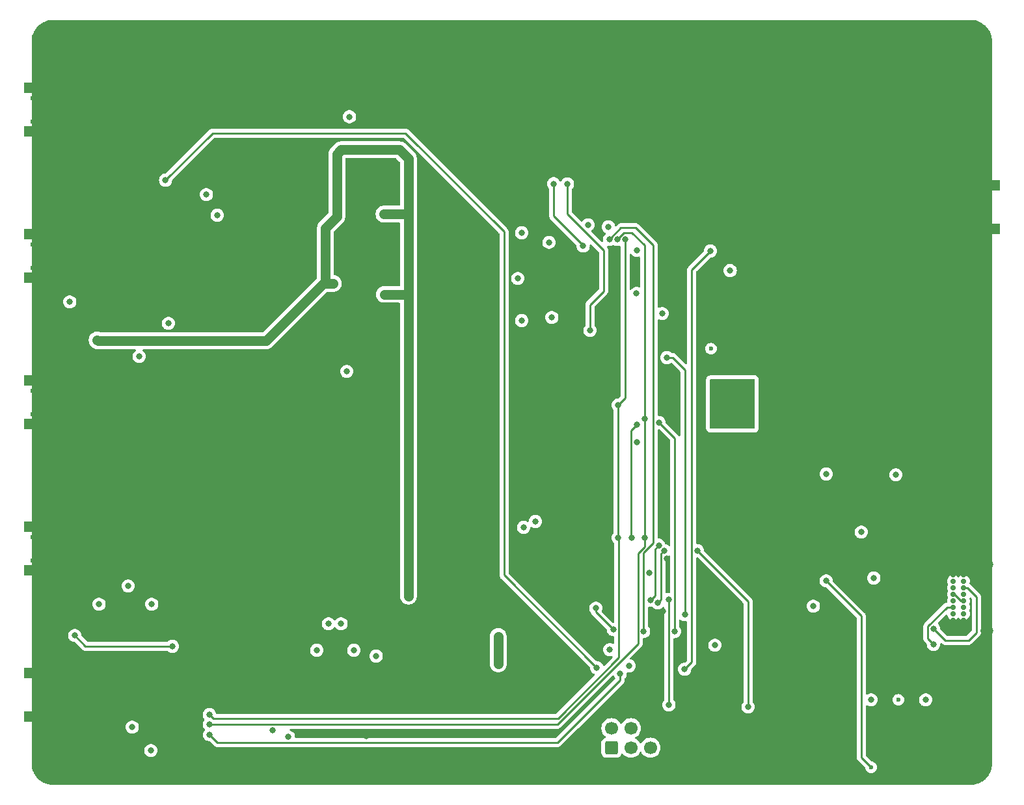
<source format=gbr>
%TF.GenerationSoftware,KiCad,Pcbnew,8.0.0*%
%TF.CreationDate,2024-03-17T22:04:36-04:00*%
%TF.ProjectId,S-Band Transceiver,532d4261-6e64-4205-9472-616e73636569,v1.0*%
%TF.SameCoordinates,Original*%
%TF.FileFunction,Copper,L4,Bot*%
%TF.FilePolarity,Positive*%
%FSLAX46Y46*%
G04 Gerber Fmt 4.6, Leading zero omitted, Abs format (unit mm)*
G04 Created by KiCad (PCBNEW 8.0.0) date 2024-03-17 22:04:36*
%MOMM*%
%LPD*%
G01*
G04 APERTURE LIST*
G04 Aperture macros list*
%AMRoundRect*
0 Rectangle with rounded corners*
0 $1 Rounding radius*
0 $2 $3 $4 $5 $6 $7 $8 $9 X,Y pos of 4 corners*
0 Add a 4 corners polygon primitive as box body*
4,1,4,$2,$3,$4,$5,$6,$7,$8,$9,$2,$3,0*
0 Add four circle primitives for the rounded corners*
1,1,$1+$1,$2,$3*
1,1,$1+$1,$4,$5*
1,1,$1+$1,$6,$7*
1,1,$1+$1,$8,$9*
0 Add four rect primitives between the rounded corners*
20,1,$1+$1,$2,$3,$4,$5,0*
20,1,$1+$1,$4,$5,$6,$7,0*
20,1,$1+$1,$6,$7,$8,$9,0*
20,1,$1+$1,$8,$9,$2,$3,0*%
G04 Aperture macros list end*
%TA.AperFunction,ComponentPad*%
%ADD10C,5.562600*%
%TD*%
%TA.AperFunction,HeatsinkPad*%
%ADD11C,0.600000*%
%TD*%
%TA.AperFunction,HeatsinkPad*%
%ADD12R,2.300000X2.300000*%
%TD*%
%TA.AperFunction,ComponentPad*%
%ADD13C,0.700000*%
%TD*%
%TA.AperFunction,ComponentPad*%
%ADD14O,2.400000X0.900000*%
%TD*%
%TA.AperFunction,ComponentPad*%
%ADD15O,1.700000X0.900000*%
%TD*%
%TA.AperFunction,ComponentPad*%
%ADD16RoundRect,0.250000X0.600000X-0.600000X0.600000X0.600000X-0.600000X0.600000X-0.600000X-0.600000X0*%
%TD*%
%TA.AperFunction,ComponentPad*%
%ADD17C,1.700000*%
%TD*%
%TA.AperFunction,HeatsinkPad*%
%ADD18R,2.100000X2.100000*%
%TD*%
%TA.AperFunction,SMDPad,CuDef*%
%ADD19R,4.200000X1.350000*%
%TD*%
%TA.AperFunction,HeatsinkPad*%
%ADD20R,1.250000X1.250000*%
%TD*%
%TA.AperFunction,ViaPad*%
%ADD21C,0.800000*%
%TD*%
%TA.AperFunction,ViaPad*%
%ADD22C,0.600000*%
%TD*%
%TA.AperFunction,Conductor*%
%ADD23C,1.270000*%
%TD*%
%TA.AperFunction,Conductor*%
%ADD24C,0.254000*%
%TD*%
G04 APERTURE END LIST*
D10*
%TO.P,H4,1,1*%
%TO.N,GND*%
X186690000Y-123190000D03*
%TD*%
%TO.P,H3,1,1*%
%TO.N,GND*%
X67310000Y-123190000D03*
%TD*%
%TO.P,H2,1,1*%
%TO.N,GND*%
X186690000Y-29210000D03*
%TD*%
%TO.P,H1,1,1*%
%TO.N,GND*%
X67310000Y-29210000D03*
%TD*%
D11*
%TO.P,U15,25,EP*%
%TO.N,GND*%
X106969000Y-57746000D03*
X107819000Y-57746000D03*
X108669000Y-57746000D03*
X106969000Y-56896000D03*
X107819000Y-56896000D03*
D12*
X107819000Y-56896000D03*
D11*
X108669000Y-56896000D03*
X106969000Y-56046000D03*
X107819000Y-56046000D03*
X108669000Y-56046000D03*
%TD*%
D13*
%TO.P,J4,A1,GND*%
%TO.N,GND*%
X184443000Y-104575000D03*
%TO.P,J4,A4,VBUS*%
%TO.N,VBUS*%
X184443000Y-103725000D03*
%TO.P,J4,A5,CC1*%
%TO.N,Net-(J4-CC1)*%
X184443000Y-102875000D03*
%TO.P,J4,A6,D+*%
%TO.N,USBDP*%
X184443000Y-102025000D03*
%TO.P,J4,A7,D-*%
%TO.N,USBDM*%
X184443000Y-101175000D03*
%TO.P,J4,A8,SBU1*%
%TO.N,unconnected-(J4-SBU1-PadA8)*%
X184443000Y-100325000D03*
%TO.P,J4,A9,VBUS*%
%TO.N,VBUS*%
X184443000Y-99475000D03*
%TO.P,J4,A12,GND*%
%TO.N,GND*%
X184443000Y-98625000D03*
%TO.P,J4,B1,GND*%
X185793000Y-98625000D03*
%TO.P,J4,B4,VBUS*%
%TO.N,VBUS*%
X185793000Y-99475000D03*
%TO.P,J4,B5,CC2*%
%TO.N,Net-(J4-CC2)*%
X185793000Y-100325000D03*
%TO.P,J4,B6,D+*%
%TO.N,USBDP*%
X185793000Y-101175000D03*
%TO.P,J4,B7,D-*%
%TO.N,USBDM*%
X185793000Y-102025000D03*
%TO.P,J4,B8,SBU2*%
%TO.N,unconnected-(J4-SBU2-PadB8)*%
X185793000Y-102875000D03*
%TO.P,J4,B9,VBUS*%
%TO.N,VBUS*%
X185793000Y-103725000D03*
%TO.P,J4,B12,GND*%
%TO.N,GND*%
X185793000Y-104575000D03*
D14*
%TO.P,J4,S1,SHIELD*%
X185423000Y-105925000D03*
D15*
X188803000Y-105925000D03*
D14*
X185423000Y-97275000D03*
D15*
X188803000Y-97275000D03*
%TD*%
D16*
%TO.P,J3,1,DATA*%
%TO.N,UPDI*%
X139954000Y-121158000D03*
D17*
%TO.P,J3,2,VCC*%
%TO.N,+3V3*%
X139954000Y-118618000D03*
%TO.P,J3,3,NC*%
%TO.N,unconnected-(J3-NC-Pad3)*%
X142494000Y-121158000D03*
%TO.P,J3,4,NC*%
%TO.N,unconnected-(J3-NC-Pad4)*%
X142494000Y-118618000D03*
%TO.P,J3,5,NC*%
%TO.N,unconnected-(J3-NC-Pad5)*%
X145034000Y-121158000D03*
%TO.P,J3,6,GND*%
%TO.N,GND*%
X145034000Y-118618000D03*
%TD*%
D11*
%TO.P,U20,17,GND*%
%TO.N,GND*%
X75659000Y-64995000D03*
X75659000Y-65745000D03*
X75659000Y-66495000D03*
X76409000Y-64995000D03*
X76409000Y-65745000D03*
D18*
X76409000Y-65745000D03*
D11*
X76409000Y-66495000D03*
X77159000Y-64995000D03*
X77159000Y-65745000D03*
X77159000Y-66495000D03*
%TD*%
D19*
%TO.P,J5,2,Ext*%
%TO.N,GND*%
X65659000Y-117125000D03*
X65659000Y-111475000D03*
%TD*%
%TO.P,J8,2,Ext*%
%TO.N,GND*%
X65659000Y-54325000D03*
X65659000Y-59975000D03*
%TD*%
D11*
%TO.P,U12,17,GND*%
%TO.N,GND*%
X77172800Y-105915800D03*
X77172800Y-105165800D03*
X77172800Y-104415800D03*
X76422800Y-105915800D03*
X76422800Y-105165800D03*
D18*
X76422800Y-105165800D03*
D11*
X76422800Y-104415800D03*
X75672800Y-105915800D03*
X75672800Y-105165800D03*
X75672800Y-104415800D03*
%TD*%
D19*
%TO.P,J1,2,Ext*%
%TO.N,GND*%
X188377500Y-53625000D03*
X188377500Y-47975000D03*
%TD*%
%TO.P,J2,2,Ext*%
%TO.N,GND*%
X65659000Y-98075000D03*
X65659000Y-92425000D03*
%TD*%
D20*
%TO.P,U16,13,GND*%
%TO.N,GND*%
X85898000Y-57150000D03*
%TD*%
D19*
%TO.P,J7,2,Ext*%
%TO.N,GND*%
X65659000Y-73375000D03*
X65659000Y-79025000D03*
%TD*%
%TO.P,J6,2,Ext*%
%TO.N,GND*%
X65659000Y-35275000D03*
X65659000Y-40925000D03*
%TD*%
D20*
%TO.P,U10,13,GND*%
%TO.N,GND*%
X81330800Y-114300000D03*
%TD*%
D21*
%TO.N,GND*%
X104394000Y-36576000D03*
X101981000Y-46736000D03*
X115697000Y-60452000D03*
X111887000Y-72771000D03*
X103251000Y-71882000D03*
X103632000Y-66167000D03*
X157988000Y-123063000D03*
X168275000Y-124333000D03*
X178943000Y-124333000D03*
X111125000Y-111125000D03*
X108331000Y-107061000D03*
X99187000Y-109982000D03*
X100838000Y-111379000D03*
X75819000Y-118745000D03*
X70358000Y-109601000D03*
X69596000Y-102235000D03*
X84582000Y-104648000D03*
X77089000Y-71628000D03*
X74041000Y-71247000D03*
X83312000Y-61849000D03*
X84709000Y-66040000D03*
X71374000Y-67945000D03*
X69088000Y-65532000D03*
X73787000Y-61341000D03*
X81407000Y-51308000D03*
X90551000Y-51308000D03*
X147447000Y-73533000D03*
X137795000Y-84836000D03*
X138684000Y-82804000D03*
X146685000Y-81153000D03*
X128524000Y-67183000D03*
X131572000Y-67183000D03*
X134239000Y-67564000D03*
X140589000Y-68072000D03*
X136271000Y-51181000D03*
X149098000Y-56515000D03*
X149225000Y-63373000D03*
X187960000Y-45974000D03*
X187960000Y-55245000D03*
X174879000Y-70866000D03*
X153416000Y-84455000D03*
X159512000Y-88392000D03*
X168148000Y-88646000D03*
X176784000Y-88519000D03*
X153797000Y-112268000D03*
X85471000Y-119253000D03*
X96901000Y-121666000D03*
D22*
X74803000Y-111125000D03*
X77978000Y-109347000D03*
X77724000Y-111506000D03*
X81407000Y-60198000D03*
X80391000Y-60452000D03*
X70866000Y-111633000D03*
X101092000Y-54610000D03*
X99822000Y-54483000D03*
X98806000Y-54356000D03*
X97663000Y-54229000D03*
X100584000Y-59309000D03*
X99568000Y-59436000D03*
X98679000Y-59436000D03*
X97663000Y-59436000D03*
X93218000Y-56007000D03*
X93345000Y-55118000D03*
X94615000Y-54483000D03*
X95885000Y-54610000D03*
X96647000Y-55245000D03*
X96647000Y-56134000D03*
X96647000Y-57023000D03*
X96647000Y-57785000D03*
X96647000Y-58547000D03*
X96647000Y-59436000D03*
X95631000Y-59436000D03*
X94488000Y-59436000D03*
X93345000Y-59309000D03*
X92456000Y-59309000D03*
X91567000Y-59182000D03*
X90551000Y-58547000D03*
X93218000Y-57023000D03*
X92075000Y-56769000D03*
X91186000Y-56261000D03*
X90068400Y-56134000D03*
X89662000Y-58293000D03*
X88773000Y-58293000D03*
X87884000Y-58420000D03*
X87376000Y-59055000D03*
X86106000Y-59309000D03*
X85090000Y-59309000D03*
X84582000Y-58420000D03*
X83769200Y-58166000D03*
X83718400Y-56134000D03*
X82931000Y-56083200D03*
X81788000Y-56134000D03*
X81788000Y-58166000D03*
X80899000Y-58166000D03*
X80010000Y-58039000D03*
X79248000Y-58039000D03*
X77851000Y-56134000D03*
X76962000Y-56134000D03*
X76073000Y-56134000D03*
X71501000Y-58293000D03*
X70485000Y-58293000D03*
X71501000Y-55880000D03*
X70612000Y-55880000D03*
X74980800Y-58978800D03*
X74168000Y-56134000D03*
X74168000Y-58166000D03*
X75057000Y-56134000D03*
X73279000Y-56134000D03*
X72390000Y-58166000D03*
X73279000Y-58166000D03*
X72390000Y-56134000D03*
X110490000Y-31496000D03*
X108966000Y-31242000D03*
X107696000Y-31242000D03*
X106680000Y-31750000D03*
X106680000Y-33528000D03*
X105791000Y-33528000D03*
X105791000Y-31750000D03*
X104902000Y-31750000D03*
X104902000Y-33528000D03*
X103124000Y-31750000D03*
X104013000Y-33528000D03*
X103124000Y-33528000D03*
X104013000Y-31750000D03*
X97790000Y-31750000D03*
X97790000Y-33528000D03*
X96012000Y-31750000D03*
X96012000Y-33528000D03*
X96901000Y-31750000D03*
X96901000Y-33528000D03*
X98679000Y-33528000D03*
X98679000Y-31750000D03*
X101346000Y-31750000D03*
X100457000Y-33528000D03*
X99568000Y-33528000D03*
X100457000Y-31750000D03*
X102235000Y-31750000D03*
X99568000Y-31750000D03*
X102235000Y-33528000D03*
X101346000Y-33528000D03*
X94234000Y-31750000D03*
X94234000Y-33528000D03*
X92456000Y-31750000D03*
X92456000Y-33528000D03*
X93345000Y-31750000D03*
X93345000Y-33528000D03*
X95123000Y-33528000D03*
X95123000Y-31750000D03*
X91567000Y-31750000D03*
X90678000Y-33528000D03*
X88900000Y-31750000D03*
X89789000Y-31750000D03*
X90678000Y-31750000D03*
X89789000Y-33528000D03*
X91567000Y-33528000D03*
X88900000Y-33528000D03*
X86233000Y-31750000D03*
X85344000Y-33528000D03*
X88011000Y-33528000D03*
X86233000Y-33528000D03*
X88011000Y-31750000D03*
X87122000Y-33528000D03*
X87122000Y-31750000D03*
X85344000Y-31750000D03*
X83566000Y-31750000D03*
X82677000Y-31750000D03*
X83566000Y-33528000D03*
X81788000Y-33528000D03*
X84455000Y-33528000D03*
X81788000Y-31750000D03*
X82677000Y-33528000D03*
X84455000Y-31750000D03*
X80899000Y-31750000D03*
X80899000Y-33528000D03*
X80010000Y-31750000D03*
X80010000Y-33528000D03*
X79121000Y-33528000D03*
X79121000Y-31750000D03*
X78232000Y-31750000D03*
X78232000Y-33528000D03*
X76708000Y-31877000D03*
X77470000Y-33655000D03*
X76835000Y-34290000D03*
X76200000Y-34925000D03*
X75311000Y-33020000D03*
X75946000Y-32385000D03*
X74676000Y-33655000D03*
X75565000Y-35560000D03*
X74930000Y-36195000D03*
X74041000Y-34290000D03*
X73406000Y-34925000D03*
X72771000Y-35560000D03*
X72136000Y-36195000D03*
X74295000Y-36830000D03*
X73660000Y-37465000D03*
X73025000Y-38100000D03*
X72263000Y-38735000D03*
X71374000Y-36957000D03*
X71374000Y-39116000D03*
X70485000Y-39116000D03*
X70485000Y-37084000D03*
X69596000Y-37084000D03*
X68707000Y-39116000D03*
X69596000Y-39116000D03*
X68707000Y-37084000D03*
X68707000Y-56134000D03*
X69596000Y-56134000D03*
X68707000Y-58166000D03*
X69596000Y-58166000D03*
X111760000Y-80772000D03*
X110617000Y-81915000D03*
X108458000Y-81915000D03*
X106807000Y-81788000D03*
X99314000Y-81661000D03*
X101981000Y-81661000D03*
X101092000Y-79629000D03*
X100203000Y-81661000D03*
X100203000Y-79629000D03*
X103759000Y-79629000D03*
X99314000Y-79629000D03*
X102870000Y-81661000D03*
X101092000Y-81661000D03*
X103759000Y-81661000D03*
X102870000Y-79629000D03*
X101981000Y-79629000D03*
X96647000Y-81661000D03*
X97536000Y-79629000D03*
X95758000Y-79629000D03*
X95758000Y-81661000D03*
X92202000Y-81661000D03*
X94869000Y-79629000D03*
X97536000Y-81661000D03*
X93091000Y-81661000D03*
X92202000Y-79629000D03*
X98425000Y-79629000D03*
X93980000Y-81661000D03*
X93980000Y-79629000D03*
X93091000Y-79629000D03*
X98425000Y-81661000D03*
X96647000Y-79629000D03*
X94869000Y-81661000D03*
X89535000Y-81661000D03*
X90424000Y-79629000D03*
X88646000Y-79629000D03*
X90424000Y-81661000D03*
X88646000Y-81661000D03*
X85979000Y-81661000D03*
X85090000Y-81661000D03*
X85090000Y-79629000D03*
X86868000Y-81661000D03*
X86868000Y-79629000D03*
X87757000Y-79629000D03*
X85979000Y-79629000D03*
X91313000Y-81661000D03*
X91313000Y-79629000D03*
X89535000Y-79629000D03*
X87757000Y-81661000D03*
X81534000Y-81661000D03*
X80645000Y-81661000D03*
X80645000Y-79629000D03*
X82423000Y-81661000D03*
X82423000Y-79629000D03*
X83312000Y-79629000D03*
X81534000Y-79629000D03*
X83312000Y-81661000D03*
X79756000Y-81661000D03*
X78867000Y-81661000D03*
X78867000Y-79629000D03*
X79756000Y-79629000D03*
X77978000Y-81661000D03*
X77978000Y-79629000D03*
X77089000Y-81661000D03*
X76200000Y-81661000D03*
X75311000Y-81534000D03*
X77089000Y-79629000D03*
X74549000Y-80899000D03*
X73914000Y-80264000D03*
X73279000Y-79629000D03*
X75438000Y-78867000D03*
X74803000Y-78232000D03*
X76073000Y-79502000D03*
X74168000Y-77597000D03*
X73533000Y-76962000D03*
X72644000Y-78994000D03*
X72009000Y-78359000D03*
X72898000Y-76327000D03*
X72263000Y-75692000D03*
X70485000Y-75184000D03*
X71374000Y-77724000D03*
X68707000Y-77216000D03*
X70612000Y-77216000D03*
X71374000Y-75184000D03*
X68707000Y-75184000D03*
X69596000Y-75184000D03*
X69596000Y-77216000D03*
X66167000Y-39624000D03*
X66167000Y-36576000D03*
X64643000Y-36576000D03*
X65405000Y-39624000D03*
X65405000Y-36576000D03*
X64643000Y-39624000D03*
X66929000Y-39624000D03*
X66929000Y-36576000D03*
X67818000Y-39497000D03*
X67818000Y-36703000D03*
X67818000Y-55753000D03*
X65405000Y-55626000D03*
X66167000Y-55626000D03*
X66929000Y-55626000D03*
X64643000Y-55626000D03*
X64643000Y-58674000D03*
X66929000Y-58674000D03*
X66167000Y-58674000D03*
X67818000Y-58547000D03*
X65405000Y-58674000D03*
X66167000Y-74676000D03*
X67818000Y-74803000D03*
X66929000Y-74676000D03*
X65405000Y-74676000D03*
X66929000Y-77724000D03*
X64643000Y-74676000D03*
X66167000Y-77724000D03*
X64643000Y-77724000D03*
X67818000Y-77597000D03*
X65405000Y-77724000D03*
X122174000Y-58420000D03*
X122174000Y-55499000D03*
X120396000Y-55499000D03*
X121285000Y-55499000D03*
X118618000Y-58420000D03*
X121285000Y-58420000D03*
X119507000Y-58420000D03*
X117729000Y-58420000D03*
X120396000Y-58420000D03*
X116840000Y-58420000D03*
X119507000Y-55499000D03*
X118618000Y-55499000D03*
X117729000Y-55499000D03*
X116840000Y-55499000D03*
X115951000Y-55499000D03*
X115951000Y-58420000D03*
X115062000Y-58420000D03*
X115062000Y-55499000D03*
X110998000Y-55499000D03*
X111887000Y-55499000D03*
X111887000Y-58445400D03*
X120015000Y-106553000D03*
X120015000Y-105664000D03*
X122047000Y-105664000D03*
X122047000Y-106553000D03*
D21*
%TO.N,+3.3VA*%
X125222000Y-110236000D03*
X125222000Y-106680000D03*
D22*
%TO.N,GND*%
X116840000Y-89916000D03*
X118872000Y-89916000D03*
X118872000Y-90805000D03*
X116840000Y-90805000D03*
X116459000Y-92710000D03*
X118745000Y-92964000D03*
X118364000Y-93726000D03*
X117983000Y-94361000D03*
X117475000Y-94996000D03*
X116840000Y-95504000D03*
X115824000Y-93472000D03*
X115951000Y-95885000D03*
X115062000Y-93980000D03*
X115062000Y-96139000D03*
X111379000Y-94234000D03*
X112141000Y-96266000D03*
X111379000Y-96266000D03*
X112141000Y-94234000D03*
X106045000Y-96266000D03*
X108712000Y-96266000D03*
X110490000Y-94234000D03*
X107823000Y-96266000D03*
X106045000Y-94234000D03*
X104267000Y-96266000D03*
X109601000Y-96266000D03*
X91821000Y-94234000D03*
X104267000Y-94234000D03*
X92710000Y-96266000D03*
X90043000Y-96266000D03*
X106934000Y-96266000D03*
X105156000Y-94234000D03*
X110490000Y-96266000D03*
X109601000Y-94234000D03*
X91821000Y-96266000D03*
X107823000Y-94234000D03*
X106934000Y-94234000D03*
X92710000Y-94234000D03*
X108712000Y-94234000D03*
X105156000Y-96266000D03*
X99822000Y-96266000D03*
X99822000Y-94234000D03*
X98933000Y-94234000D03*
X98933000Y-96266000D03*
X97155000Y-96266000D03*
X96266000Y-96266000D03*
X90043000Y-94234000D03*
X95377000Y-94234000D03*
X102489000Y-96266000D03*
X90932000Y-94234000D03*
X90932000Y-96266000D03*
X100711000Y-94234000D03*
X103378000Y-96266000D03*
X102489000Y-94234000D03*
X98044000Y-94234000D03*
X101600000Y-96266000D03*
X103378000Y-94234000D03*
X97155000Y-94234000D03*
X101600000Y-94234000D03*
X98044000Y-96266000D03*
X100711000Y-96266000D03*
X94488000Y-94234000D03*
X94488000Y-96266000D03*
X96266000Y-94234000D03*
X93599000Y-96266000D03*
X93599000Y-94234000D03*
X95377000Y-96266000D03*
X85598000Y-96266000D03*
X85598000Y-94234000D03*
X84709000Y-94234000D03*
X84709000Y-96266000D03*
X82931000Y-96266000D03*
X88265000Y-96266000D03*
X86487000Y-94234000D03*
X89154000Y-96266000D03*
X88265000Y-94234000D03*
X83820000Y-94234000D03*
X87376000Y-96266000D03*
X89154000Y-94234000D03*
X82931000Y-94234000D03*
X87376000Y-94234000D03*
X83820000Y-96266000D03*
X86487000Y-96266000D03*
X77597000Y-94234000D03*
X78486000Y-96266000D03*
X75819000Y-96266000D03*
X77597000Y-96266000D03*
X78486000Y-94234000D03*
X82042000Y-96266000D03*
X75819000Y-94234000D03*
X81153000Y-94234000D03*
X76708000Y-94234000D03*
X76708000Y-96266000D03*
X80264000Y-94234000D03*
X80264000Y-96266000D03*
X82042000Y-94234000D03*
X79375000Y-96266000D03*
X79375000Y-94234000D03*
X81153000Y-96266000D03*
X74041000Y-94234000D03*
X74930000Y-96266000D03*
X72263000Y-96266000D03*
X74041000Y-96266000D03*
X74930000Y-94234000D03*
X72263000Y-94234000D03*
X73152000Y-94234000D03*
X73152000Y-96266000D03*
X70485000Y-96266000D03*
X70485000Y-94234000D03*
X71374000Y-94234000D03*
X71374000Y-96266000D03*
X69596000Y-94234000D03*
X69596000Y-96266000D03*
X68707000Y-96266000D03*
X64643000Y-96774000D03*
X66929000Y-96774000D03*
X65405000Y-96774000D03*
X67818000Y-96647000D03*
X67818000Y-93853000D03*
X66929000Y-93726000D03*
X65405000Y-93726000D03*
X66167000Y-96774000D03*
X64643000Y-93726000D03*
X66167000Y-93726000D03*
%TO.N,+3.3VA*%
X152908000Y-69215000D03*
%TO.N,GND*%
X128016000Y-64135000D03*
X127127000Y-64516000D03*
X124841000Y-64389000D03*
X123698000Y-64389000D03*
X122682000Y-64389000D03*
X124460000Y-61087000D03*
X123698000Y-61087000D03*
X122809000Y-61087000D03*
X121920000Y-61087000D03*
X121158000Y-61087000D03*
X120142000Y-61214000D03*
X119253000Y-61468000D03*
X118491000Y-61976000D03*
X117856000Y-62611000D03*
X119507000Y-64135000D03*
X117348000Y-63246000D03*
X116840000Y-66675000D03*
X116840000Y-64897000D03*
X116967000Y-64008000D03*
X116840000Y-65786000D03*
X118872000Y-65786000D03*
X118872000Y-66675000D03*
X118999000Y-64897000D03*
X120142000Y-63627000D03*
X120650000Y-63119000D03*
X120015000Y-64897000D03*
X122047000Y-64897000D03*
X122047000Y-65786000D03*
X120015000Y-65786000D03*
X120015000Y-66675000D03*
X122047000Y-66675000D03*
X122047000Y-69342000D03*
X122047000Y-68453000D03*
X122047000Y-67564000D03*
X122047000Y-70231000D03*
X120015000Y-67564000D03*
X120015000Y-69342000D03*
X120015000Y-70231000D03*
X120015000Y-68453000D03*
X118872000Y-70231000D03*
X118872000Y-68453000D03*
X118872000Y-67564000D03*
X118872000Y-69342000D03*
X116840000Y-68453000D03*
X116840000Y-67564000D03*
X116840000Y-69342000D03*
X116840000Y-70231000D03*
X116840000Y-73533000D03*
X116840000Y-74422000D03*
X116840000Y-77089000D03*
X116840000Y-75311000D03*
X116840000Y-76200000D03*
X118872000Y-73533000D03*
X120015000Y-73533000D03*
X120015000Y-74422000D03*
X118872000Y-74422000D03*
X118872000Y-76200000D03*
X118872000Y-75311000D03*
X118872000Y-78867000D03*
X118872000Y-77978000D03*
X118872000Y-77089000D03*
X122047000Y-73533000D03*
X122047000Y-75311000D03*
X122047000Y-74422000D03*
X120015000Y-77089000D03*
X120015000Y-76200000D03*
X120015000Y-75311000D03*
X116840000Y-77978000D03*
X116840000Y-80645000D03*
X116840000Y-84201000D03*
X116840000Y-86868000D03*
X116840000Y-85979000D03*
X116840000Y-85090000D03*
X116840000Y-83312000D03*
X116840000Y-78867000D03*
X116840000Y-87757000D03*
X116840000Y-79756000D03*
X116840000Y-82423000D03*
X116840000Y-81534000D03*
X122047000Y-77978000D03*
X122047000Y-80645000D03*
X122047000Y-79756000D03*
X122047000Y-82423000D03*
X122047000Y-81534000D03*
X122047000Y-84201000D03*
X122047000Y-83312000D03*
X122047000Y-85979000D03*
X122047000Y-85090000D03*
X122047000Y-77089000D03*
X122047000Y-76200000D03*
X122047000Y-78867000D03*
X118872000Y-79756000D03*
X118872000Y-82423000D03*
X118872000Y-81534000D03*
X118872000Y-84201000D03*
X118872000Y-83312000D03*
X118872000Y-85979000D03*
X118872000Y-85090000D03*
X118872000Y-87757000D03*
X118872000Y-86868000D03*
X118872000Y-80645000D03*
X120015000Y-78867000D03*
X120015000Y-77978000D03*
X120015000Y-80645000D03*
X120015000Y-79756000D03*
X120015000Y-82423000D03*
X120015000Y-81534000D03*
X120015000Y-84201000D03*
X120015000Y-83312000D03*
X120015000Y-85979000D03*
X120015000Y-85090000D03*
X120015000Y-87757000D03*
X120015000Y-86868000D03*
X122047000Y-86868000D03*
X122047000Y-87757000D03*
X122047000Y-90043000D03*
X122047000Y-90805000D03*
X120015000Y-90805000D03*
X120015000Y-89916000D03*
X120015000Y-93599000D03*
X120015000Y-94488000D03*
X120015000Y-95377000D03*
X120015000Y-92710000D03*
X120015000Y-96266000D03*
X122047000Y-92710000D03*
X122047000Y-96266000D03*
X122047000Y-95377000D03*
X122047000Y-93599000D03*
X122047000Y-94488000D03*
X122047000Y-97155000D03*
X120015000Y-97155000D03*
X120015000Y-99441000D03*
X122047000Y-99441000D03*
X122047000Y-102108000D03*
X122047000Y-100330000D03*
X122047000Y-101219000D03*
X120015000Y-102108000D03*
X120015000Y-100330000D03*
X120015000Y-101219000D03*
X120015000Y-104775000D03*
X120015000Y-103886000D03*
X120015000Y-102997000D03*
X122047000Y-103886000D03*
X122047000Y-104775000D03*
X122047000Y-102997000D03*
X122047000Y-107442000D03*
X120015000Y-107442000D03*
X120015000Y-109220000D03*
X122047000Y-109220000D03*
X122047000Y-109982000D03*
X120015000Y-109982000D03*
X120015000Y-110871000D03*
X122047000Y-110871000D03*
X122047000Y-111760000D03*
X121920000Y-112776000D03*
X121412000Y-113665000D03*
X119888000Y-111887000D03*
X119380000Y-112649000D03*
X118745000Y-113157000D03*
X115951000Y-115316000D03*
X114173000Y-115316000D03*
X116840000Y-115316000D03*
X115062000Y-115316000D03*
X120650000Y-114554000D03*
X119761000Y-115062000D03*
X117729000Y-115316000D03*
X118618000Y-115316000D03*
X112395000Y-115316000D03*
X110617000Y-115316000D03*
X113284000Y-115316000D03*
X111506000Y-115316000D03*
X109728000Y-115316000D03*
X107061000Y-115316000D03*
X108839000Y-115316000D03*
X107950000Y-115316000D03*
X117729000Y-113284000D03*
X116840000Y-113284000D03*
X115951000Y-113284000D03*
X115062000Y-113284000D03*
X114173000Y-113284000D03*
X113284000Y-113284000D03*
X112395000Y-113284000D03*
X111506000Y-113284000D03*
X110617000Y-113284000D03*
X109728000Y-113284000D03*
X108839000Y-113284000D03*
X107950000Y-113284000D03*
D21*
X108077000Y-119634000D03*
X132870503Y-63740148D03*
%TO.N,+3.3VA*%
X143256000Y-56388000D03*
D22*
%TO.N,GND*%
X78359000Y-58039000D03*
X75565000Y-58039000D03*
X68707000Y-94234000D03*
D21*
%TO.N,+3.3VA*%
X104775000Y-105029000D03*
X103124000Y-105029000D03*
%TO.N,+5V*%
X180848000Y-114935000D03*
X173736000Y-114935000D03*
X73279000Y-102489000D03*
%TO.N,GND*%
X167386000Y-104394000D03*
X147193000Y-96520000D03*
X146685000Y-103378000D03*
X138684000Y-80899000D03*
%TO.N,+3.3VA*%
X143256000Y-81407000D03*
%TO.N,~{CS_ADC}*%
X148174000Y-106045000D03*
D22*
%TO.N,GND*%
X135382000Y-59817000D03*
X136652000Y-59817000D03*
X137795000Y-59817000D03*
X137795000Y-60960000D03*
X136652000Y-60960000D03*
X135382000Y-60960000D03*
X137795000Y-58547000D03*
X136652000Y-58547000D03*
X135382000Y-58547000D03*
D21*
X142875000Y-60223400D03*
%TO.N,+3.3VA*%
X154305000Y-74930000D03*
X155575000Y-74930000D03*
X155575000Y-73660000D03*
X156845000Y-73660000D03*
X156845000Y-74930000D03*
X154305000Y-77470000D03*
X154305000Y-76200000D03*
X155575000Y-76200000D03*
X156845000Y-76200000D03*
X156845000Y-77470000D03*
X155575000Y-77470000D03*
X154305000Y-78740000D03*
X155575000Y-78740000D03*
X156845000Y-78740000D03*
X158115000Y-78740000D03*
X158115000Y-77470000D03*
X158115000Y-76200000D03*
X158115000Y-74930000D03*
X158115000Y-73660000D03*
X154305000Y-73660000D03*
X146558000Y-64643000D03*
%TO.N,RX_AMP_EN*%
X138049000Y-110744000D03*
%TO.N,RX_VRMS*%
X130048000Y-91694000D03*
X78486000Y-70231000D03*
%TO.N,TX_VRMS*%
X128524000Y-92456000D03*
%TO.N,+3.3VA*%
X88646000Y-51816000D03*
%TO.N,+5V*%
X104212200Y-52015200D03*
X110871000Y-43307000D03*
%TO.N,+3.3VA*%
X87249000Y-49149000D03*
%TO.N,+5V*%
X113538000Y-101473000D03*
X80137000Y-102489000D03*
X113540000Y-75190000D03*
X167922000Y-85518000D03*
%TO.N,-5V*%
X105870000Y-39010000D03*
X105500000Y-72170000D03*
X176980000Y-85630000D03*
%TO.N,RX_AMP_EN*%
X81930000Y-47260000D03*
%TO.N,XO_EN*%
X149490000Y-110950000D03*
X152840000Y-56490000D03*
%TO.N,+3.3VA*%
X155410000Y-59040000D03*
X143230000Y-62020000D03*
%TO.N,LD*%
X147193000Y-70358000D03*
X149500000Y-103820000D03*
%TO.N,TX_ATTEN_LE*%
X109347000Y-109220000D03*
X139755000Y-108405000D03*
%TO.N,TX_PHASE_LE*%
X141097000Y-111506000D03*
X87640000Y-119460000D03*
%TO.N,~{CS_ADC}*%
X146142000Y-78813500D03*
%TO.N,TX_VRMS*%
X77050000Y-100110000D03*
D22*
%TO.N,GND*%
X100490000Y-115370000D03*
X99680000Y-115350000D03*
X98806000Y-115443000D03*
X97690000Y-115440000D03*
X96580000Y-115290000D03*
X95830000Y-115300000D03*
X95180000Y-115290000D03*
X100780000Y-113340000D03*
X100050000Y-113360000D03*
X99250000Y-113350000D03*
X98540000Y-113230000D03*
X97750000Y-113230000D03*
X97000000Y-113230000D03*
X96220000Y-113330000D03*
X95420000Y-113300000D03*
X94850000Y-112770000D03*
X94080000Y-112120000D03*
X93130000Y-112150000D03*
X92200000Y-112150000D03*
X91350000Y-112130000D03*
X90470000Y-112140000D03*
X89500000Y-112250000D03*
X88620000Y-112550000D03*
X88010000Y-115390000D03*
X87080000Y-115410000D03*
X86300000Y-115410000D03*
X85490000Y-115420000D03*
X84630000Y-115410000D03*
X79960000Y-116480000D03*
X83800000Y-115440000D03*
X87980000Y-113230000D03*
X87080000Y-113170000D03*
X86260000Y-113180000D03*
X85550000Y-113180000D03*
X84870000Y-113220000D03*
X83960000Y-112430000D03*
X82790000Y-112200000D03*
X82010000Y-112160000D03*
X80730000Y-112180000D03*
X79940000Y-112200000D03*
X79260000Y-112860000D03*
X78486000Y-113284000D03*
X77724000Y-113284000D03*
X76962000Y-113284000D03*
X76073000Y-113284000D03*
X76327000Y-115316000D03*
X75311000Y-115316000D03*
X74422000Y-115443000D03*
X73533000Y-115443000D03*
X72644000Y-115443000D03*
X70358000Y-113157000D03*
X71400000Y-113130000D03*
X72390000Y-113030000D03*
X71882000Y-115443000D03*
X71120000Y-115443000D03*
X70358000Y-115443000D03*
X69469000Y-113284000D03*
X69469000Y-115316000D03*
X68707000Y-115316000D03*
X67945000Y-115697000D03*
X67056000Y-115824000D03*
X65532000Y-115824000D03*
X64770000Y-115824000D03*
X66294000Y-115824000D03*
X64770000Y-112776000D03*
X65532000Y-112776000D03*
X66294000Y-112776000D03*
X67056000Y-112776000D03*
X67945000Y-112903000D03*
X68707000Y-113284000D03*
D21*
X176530000Y-98425000D03*
X176530000Y-96647000D03*
X174371000Y-97282000D03*
X168529000Y-98171000D03*
X170053000Y-105410000D03*
X145542000Y-110617000D03*
X154432000Y-106299000D03*
X149225000Y-105156000D03*
%TO.N,+3V3*%
X174117000Y-99060000D03*
X166243000Y-102743000D03*
D22*
%TO.N,+5V*%
X177292000Y-114935000D03*
%TO.N,RX_LED*%
X173736000Y-123698000D03*
%TO.N,GND*%
X92608400Y-116509800D03*
X90754200Y-116459000D03*
X92608400Y-114528600D03*
X90779600Y-114528600D03*
X81330800Y-114325400D03*
D21*
%TO.N,Net-(J4-CC1)*%
X181864000Y-107696000D03*
%TO.N,Net-(J4-CC2)*%
X181864000Y-105664000D03*
%TO.N,+5V*%
X172466000Y-93091000D03*
%TO.N,TX*%
X145982686Y-102297228D03*
X146812000Y-95516134D03*
%TO.N,RX*%
X145034000Y-101981000D03*
%TO.N,UPDI*%
X147447000Y-101854000D03*
X147447000Y-115570000D03*
%TO.N,RX*%
X146113285Y-94800730D03*
%TO.N,+3V3*%
X144907000Y-98425000D03*
%TO.N,MOSI*%
X87630000Y-118110000D03*
%TO.N,SCLK*%
X87630000Y-116840000D03*
X140850000Y-76530000D03*
%TO.N,MISO*%
X143256000Y-79121000D03*
%TO.N,MOSI*%
X144272000Y-78359000D03*
%TO.N,SCLK*%
X140843000Y-93853000D03*
%TO.N,MISO*%
X142621000Y-93853000D03*
%TO.N,MOSI*%
X144272000Y-93853000D03*
%TO.N,~{SYNTH_CS}*%
X144145000Y-106045000D03*
%TO.N,C16*%
X137922000Y-102997000D03*
X140208000Y-105791000D03*
%TO.N,Net-(R10-Pad1)*%
X157734000Y-115824000D03*
X151130000Y-95504000D03*
%TO.N,+3V3*%
X153416000Y-107823000D03*
X142240000Y-110490000D03*
%TO.N,RX_LED*%
X167894000Y-99441000D03*
D22*
%TO.N,GND*%
X85898000Y-57150000D03*
D21*
X133096000Y-56388000D03*
%TO.N,Net-(U1-VTUNE)*%
X134239000Y-47752000D03*
X137160000Y-66802000D03*
%TO.N,GND*%
X127762000Y-52832000D03*
X131572000Y-54102000D03*
X128403067Y-49282067D03*
%TO.N,SCLK*%
X141732000Y-54991000D03*
%TO.N,MOSI*%
X140700003Y-54991000D03*
%TO.N,~{SYNTH_CS}*%
X139700000Y-54991000D03*
%TO.N,Net-(U1-SW)*%
X132435600Y-47726600D03*
X136285407Y-55840499D03*
%TO.N,+3.3VA*%
X139573000Y-53340000D03*
X136906000Y-53086000D03*
X128270000Y-54102000D03*
X131826000Y-55358201D03*
X127762000Y-60071000D03*
X128270000Y-65532000D03*
X132207000Y-65151000D03*
%TO.N,GND*%
X110363000Y-34290000D03*
%TO.N,+5V*%
X110355141Y-51681141D03*
X103759000Y-60706000D03*
X110396441Y-62124000D03*
%TO.N,GND*%
X110283000Y-78930000D03*
%TO.N,+3.3VA*%
X80010000Y-121539000D03*
X97917000Y-119761000D03*
X95885000Y-118872000D03*
X106426000Y-108458000D03*
X101600000Y-108458000D03*
X77597000Y-118491000D03*
%TO.N,Net-(U12-VREF)*%
X82804000Y-107950000D03*
X70104000Y-106553000D03*
%TO.N,Net-(U20-VREF)*%
X69469000Y-63119000D03*
X82296000Y-65913000D03*
%TO.N,+5V*%
X79756000Y-68072000D03*
X73025000Y-68072000D03*
%TD*%
D23*
%TO.N,+3.3VA*%
X125222000Y-106680000D02*
X125222000Y-110236000D01*
D24*
%TO.N,Net-(U1-VTUNE)*%
X138938000Y-56388000D02*
X134239000Y-51689000D01*
X138938000Y-61722000D02*
X138938000Y-56388000D01*
X137160000Y-63500000D02*
X138938000Y-61722000D01*
X137160000Y-66802000D02*
X137160000Y-63500000D01*
X134239000Y-51689000D02*
X134239000Y-47752000D01*
%TO.N,MISO*%
X142494000Y-93726000D02*
X142621000Y-93853000D01*
X142494000Y-79883000D02*
X142494000Y-93726000D01*
X143256000Y-79121000D02*
X142494000Y-79883000D01*
%TO.N,MOSI*%
X141589003Y-54102000D02*
X140700003Y-54991000D01*
X142621000Y-54102000D02*
X141589003Y-54102000D01*
X144272000Y-78359000D02*
X144272000Y-55753000D01*
X144272000Y-78359000D02*
X144272000Y-93853000D01*
X144272000Y-55753000D02*
X142621000Y-54102000D01*
%TO.N,~{CS_ADC}*%
X148174000Y-80845500D02*
X148174000Y-106045000D01*
X146142000Y-78813500D02*
X148174000Y-80845500D01*
%TO.N,XO_EN*%
X150403000Y-110037000D02*
X149490000Y-110950000D01*
X150403000Y-58927000D02*
X150403000Y-110037000D01*
X152840000Y-56490000D02*
X150403000Y-58927000D01*
%TO.N,TX_PHASE_LE*%
X88668000Y-120488000D02*
X87640000Y-119460000D01*
X132942000Y-120488000D02*
X88668000Y-120488000D01*
X141097000Y-111506000D02*
X141097000Y-112333000D01*
X141097000Y-112333000D02*
X132942000Y-120488000D01*
%TO.N,LD*%
X149500000Y-71940000D02*
X149500000Y-103820000D01*
X147918000Y-70358000D02*
X149500000Y-71940000D01*
X147193000Y-70358000D02*
X147918000Y-70358000D01*
%TO.N,RX_AMP_EN*%
X88042000Y-41148000D02*
X81930000Y-47260000D01*
X125984000Y-53975000D02*
X113157000Y-41148000D01*
X113157000Y-41148000D02*
X88042000Y-41148000D01*
X125984000Y-98679000D02*
X125984000Y-53975000D01*
X138049000Y-110744000D02*
X125984000Y-98679000D01*
D23*
%TO.N,+5V*%
X113540000Y-44452000D02*
X113540000Y-51689000D01*
X112395000Y-43307000D02*
X113540000Y-44452000D01*
X110871000Y-43307000D02*
X112395000Y-43307000D01*
X104212200Y-43869800D02*
X104212200Y-52015200D01*
X104775000Y-43307000D02*
X104212200Y-43869800D01*
X110871000Y-43307000D02*
X104775000Y-43307000D01*
X102743000Y-53484400D02*
X102743000Y-60452000D01*
X104212200Y-52015200D02*
X102743000Y-53484400D01*
X102743000Y-60452000D02*
X102489000Y-60706000D01*
X103759000Y-60706000D02*
X102489000Y-60706000D01*
X94996000Y-68199000D02*
X73152000Y-68199000D01*
X102489000Y-60706000D02*
X94996000Y-68199000D01*
X73152000Y-68199000D02*
X73025000Y-68072000D01*
X113532141Y-51681141D02*
X113540000Y-51689000D01*
X113540000Y-62103000D02*
X113540000Y-51689000D01*
X110355141Y-51681141D02*
X113532141Y-51681141D01*
X113519000Y-62124000D02*
X113540000Y-62103000D01*
X110396441Y-62124000D02*
X113519000Y-62124000D01*
X113540000Y-75190000D02*
X113540000Y-62103000D01*
X113530000Y-75200000D02*
X113530000Y-101420000D01*
X113540000Y-75190000D02*
X113530000Y-75200000D01*
D24*
X113530000Y-101465000D02*
X113538000Y-101473000D01*
X113530000Y-101420000D02*
X113530000Y-101465000D01*
%TO.N,TX_ATTEN_LE*%
X139755000Y-108405000D02*
X139740000Y-108420000D01*
%TO.N,MOSI*%
X132930000Y-118110000D02*
X87630000Y-118110000D01*
X143418000Y-95842948D02*
X143418000Y-107622000D01*
X144272000Y-93853000D02*
X144272000Y-94988948D01*
X144272000Y-94988948D02*
X143418000Y-95842948D01*
X143418000Y-107622000D02*
X132930000Y-118110000D01*
%TO.N,SCLK*%
X140935000Y-93945000D02*
X140843000Y-93853000D01*
X133002000Y-117348000D02*
X140935000Y-109415000D01*
X140935000Y-109415000D02*
X140935000Y-93945000D01*
X88138000Y-117348000D02*
X133002000Y-117348000D01*
X87630000Y-116840000D02*
X88138000Y-117348000D01*
%TO.N,Net-(R10-Pad1)*%
X151130000Y-95504000D02*
X157734000Y-102108000D01*
X157734000Y-102108000D02*
X157734000Y-115824000D01*
%TO.N,SCLK*%
X140843000Y-76537000D02*
X140843000Y-93853000D01*
X140850000Y-76530000D02*
X140843000Y-76537000D01*
X140850000Y-76530000D02*
X141732000Y-75648000D01*
X141732000Y-75648000D02*
X141732000Y-54991000D01*
%TO.N,RX_LED*%
X172466000Y-122428000D02*
X173736000Y-123698000D01*
X172466000Y-104013000D02*
X172466000Y-122428000D01*
X167894000Y-99441000D02*
X172466000Y-104013000D01*
%TO.N,~{SYNTH_CS}*%
X143129000Y-53467000D02*
X141195869Y-53467000D01*
X139973003Y-54717997D02*
X139700000Y-54991000D01*
X145415000Y-94488000D02*
X145415000Y-55753000D01*
X145415000Y-55753000D02*
X143129000Y-53467000D01*
X139973003Y-54689866D02*
X139973003Y-54717997D01*
X144145000Y-95758000D02*
X145415000Y-94488000D01*
X141195869Y-53467000D02*
X139973003Y-54689866D01*
X144145000Y-106045000D02*
X144145000Y-95758000D01*
%TO.N,Net-(J4-CC2)*%
X187452000Y-101489026D02*
X186287974Y-100325000D01*
X186436000Y-107188000D02*
X187452000Y-106172000D01*
X187452000Y-106172000D02*
X187452000Y-101489026D01*
X186287974Y-100325000D02*
X185793000Y-100325000D01*
X183388000Y-107188000D02*
X186436000Y-107188000D01*
X181864000Y-105664000D02*
X183388000Y-107188000D01*
%TO.N,Net-(J4-CC1)*%
X183624866Y-102875000D02*
X184443000Y-102875000D01*
X181137000Y-105362866D02*
X183624866Y-102875000D01*
X181137000Y-106969000D02*
X181137000Y-105362866D01*
X181864000Y-107696000D02*
X181137000Y-106969000D01*
%TO.N,TX*%
X146443134Y-101836780D02*
X146443134Y-95885000D01*
X145982686Y-102297228D02*
X146443134Y-101836780D01*
X146443134Y-95885000D02*
X146812000Y-95516134D01*
%TO.N,RX*%
X145634000Y-95280015D02*
X146113285Y-94800730D01*
X145034000Y-101981000D02*
X145634000Y-101381000D01*
X145634000Y-101381000D02*
X145634000Y-95280015D01*
%TO.N,UPDI*%
X147447000Y-115570000D02*
X147447000Y-101854000D01*
%TO.N,C16*%
X140208000Y-105791000D02*
X137922000Y-103505000D01*
X137922000Y-103505000D02*
X137922000Y-102997000D01*
%TO.N,Net-(U1-SW)*%
X136285407Y-55767407D02*
X132435600Y-51917600D01*
X136285407Y-55840499D02*
X136285407Y-55767407D01*
X132435600Y-51917600D02*
X132435600Y-47726600D01*
%TO.N,USBDM*%
X184550423Y-101175000D02*
X184443000Y-101175000D01*
X185400423Y-102025000D02*
X184550423Y-101175000D01*
X185793000Y-102025000D02*
X185400423Y-102025000D01*
%TO.N,Net-(U12-VREF)*%
X82804000Y-107950000D02*
X71501000Y-107950000D01*
X71501000Y-107950000D02*
X70104000Y-106553000D01*
%TD*%
%TA.AperFunction,Conductor*%
%TO.N,GND*%
G36*
X140223736Y-111745666D02*
G01*
X140279669Y-111787538D01*
X140298333Y-111823531D01*
X140309134Y-111856776D01*
X140309135Y-111856777D01*
X140309136Y-111856779D01*
X140399284Y-112012920D01*
X140410995Y-112025926D01*
X140441225Y-112088917D01*
X140432601Y-112158252D01*
X140406527Y-112196580D01*
X132736129Y-119866981D01*
X132674806Y-119900466D01*
X132648448Y-119903300D01*
X98902184Y-119903300D01*
X98835145Y-119883615D01*
X98789390Y-119830811D01*
X98778863Y-119766343D01*
X98779424Y-119761003D01*
X98779424Y-119761002D01*
X98776134Y-119729700D01*
X98760578Y-119581692D01*
X98704864Y-119410221D01*
X98614716Y-119254080D01*
X98494074Y-119120094D01*
X98348212Y-119014119D01*
X98348211Y-119014118D01*
X98183508Y-118940787D01*
X98183503Y-118940785D01*
X98179760Y-118939990D01*
X98177803Y-118938933D01*
X98177327Y-118938779D01*
X98177355Y-118938691D01*
X98118278Y-118906798D01*
X98084502Y-118845635D01*
X98089154Y-118775920D01*
X98130759Y-118719788D01*
X98196106Y-118695059D01*
X98205541Y-118694700D01*
X133006974Y-118694700D01*
X133006977Y-118694700D01*
X133155686Y-118654853D01*
X133289014Y-118577876D01*
X133397876Y-118469014D01*
X140092723Y-111774165D01*
X140154044Y-111740682D01*
X140223736Y-111745666D01*
G37*
%TD.AperFunction*%
%TA.AperFunction,Conductor*%
G36*
X147526274Y-96146957D02*
G01*
X147574969Y-96197063D01*
X147589300Y-96254930D01*
X147589300Y-100872300D01*
X147569615Y-100939339D01*
X147516811Y-100985094D01*
X147465300Y-100996300D01*
X147356852Y-100996300D01*
X147177615Y-101034398D01*
X147107948Y-101029082D01*
X147052214Y-100986945D01*
X147028109Y-100921365D01*
X147027834Y-100913108D01*
X147027834Y-96439434D01*
X147047519Y-96372395D01*
X147100323Y-96326640D01*
X147101267Y-96326213D01*
X147243212Y-96263015D01*
X147389074Y-96157040D01*
X147389077Y-96157036D01*
X147392414Y-96154612D01*
X147458220Y-96131132D01*
X147526274Y-96146957D01*
G37*
%TD.AperFunction*%
%TA.AperFunction,Conductor*%
G36*
X146204903Y-79703739D02*
G01*
X146211381Y-79709771D01*
X147552981Y-81051371D01*
X147586466Y-81112694D01*
X147589300Y-81139052D01*
X147589300Y-94777337D01*
X147569615Y-94844376D01*
X147516811Y-94890131D01*
X147447653Y-94900075D01*
X147392415Y-94877655D01*
X147243216Y-94769255D01*
X147243211Y-94769252D01*
X147078508Y-94695921D01*
X147078504Y-94695920D01*
X147043866Y-94688557D01*
X146982384Y-94655364D01*
X146951717Y-94605585D01*
X146941259Y-94573397D01*
X146901149Y-94449951D01*
X146811001Y-94293810D01*
X146690359Y-94159824D01*
X146617428Y-94106836D01*
X146544496Y-94053848D01*
X146379793Y-93980517D01*
X146379788Y-93980515D01*
X146203433Y-93943030D01*
X146123700Y-93943030D01*
X146056661Y-93923345D01*
X146010906Y-93870541D01*
X145999700Y-93819030D01*
X145999700Y-79797452D01*
X146019385Y-79730413D01*
X146072189Y-79684658D01*
X146141347Y-79674714D01*
X146204903Y-79703739D01*
G37*
%TD.AperFunction*%
%TA.AperFunction,Conductor*%
G36*
X142521903Y-56845545D02*
G01*
X142548088Y-56877260D01*
X142558282Y-56894918D01*
X142650126Y-56996920D01*
X142678926Y-57028906D01*
X142819314Y-57130904D01*
X142824788Y-57134881D01*
X142989491Y-57208212D01*
X142989496Y-57208214D01*
X143165852Y-57245700D01*
X143346148Y-57245700D01*
X143522499Y-57208215D01*
X143522498Y-57208215D01*
X143522504Y-57208214D01*
X143522509Y-57208211D01*
X143524984Y-57207408D01*
X143526500Y-57207364D01*
X143528861Y-57206863D01*
X143528952Y-57207294D01*
X143594825Y-57205414D01*
X143654657Y-57241496D01*
X143685484Y-57304197D01*
X143687300Y-57325340D01*
X143687300Y-61093790D01*
X143667615Y-61160829D01*
X143614811Y-61206584D01*
X143545653Y-61216528D01*
X143512866Y-61207070D01*
X143496508Y-61199787D01*
X143496503Y-61199785D01*
X143320148Y-61162300D01*
X143139852Y-61162300D01*
X142963496Y-61199785D01*
X142963491Y-61199787D01*
X142798788Y-61273118D01*
X142652927Y-61379093D01*
X142652926Y-61379094D01*
X142532848Y-61512452D01*
X142473363Y-61549100D01*
X142403506Y-61547769D01*
X142345458Y-61508883D01*
X142317648Y-61444786D01*
X142316700Y-61429479D01*
X142316700Y-56939258D01*
X142336385Y-56872219D01*
X142389189Y-56826464D01*
X142458347Y-56816520D01*
X142521903Y-56845545D01*
G37*
%TD.AperFunction*%
%TA.AperFunction,Conductor*%
G36*
X186715103Y-101593413D02*
G01*
X186757090Y-101621006D01*
X186830981Y-101694897D01*
X186864466Y-101756220D01*
X186867300Y-101782578D01*
X186867300Y-105878448D01*
X186847615Y-105945487D01*
X186830981Y-105966129D01*
X186230129Y-106566981D01*
X186168806Y-106600466D01*
X186142448Y-106603300D01*
X183681553Y-106603300D01*
X183614514Y-106583615D01*
X183593872Y-106566981D01*
X182761647Y-105734757D01*
X182728162Y-105673434D01*
X182726008Y-105660048D01*
X182707578Y-105484692D01*
X182651864Y-105313221D01*
X182561716Y-105157080D01*
X182543798Y-105137180D01*
X182454706Y-105038232D01*
X182424476Y-104975240D01*
X182433102Y-104905905D01*
X182459172Y-104867582D01*
X183451490Y-103875264D01*
X183512811Y-103841781D01*
X183582503Y-103846765D01*
X183638436Y-103888637D01*
X183656211Y-103921993D01*
X183710682Y-104077664D01*
X183793071Y-104208785D01*
X183807519Y-104231779D01*
X183936221Y-104360481D01*
X184090335Y-104457317D01*
X184262133Y-104517432D01*
X184262136Y-104517432D01*
X184262138Y-104517433D01*
X184442996Y-104537811D01*
X184443000Y-104537811D01*
X184443004Y-104537811D01*
X184623861Y-104517433D01*
X184623862Y-104517432D01*
X184623867Y-104517432D01*
X184795665Y-104457317D01*
X184949779Y-104360481D01*
X185030319Y-104279941D01*
X185091642Y-104246456D01*
X185161334Y-104251440D01*
X185205681Y-104279941D01*
X185286221Y-104360481D01*
X185440335Y-104457317D01*
X185612133Y-104517432D01*
X185612136Y-104517432D01*
X185612138Y-104517433D01*
X185792996Y-104537811D01*
X185793000Y-104537811D01*
X185793004Y-104537811D01*
X185973861Y-104517433D01*
X185973862Y-104517432D01*
X185973867Y-104517432D01*
X186145665Y-104457317D01*
X186299779Y-104360481D01*
X186428481Y-104231779D01*
X186525317Y-104077665D01*
X186585432Y-103905867D01*
X186585433Y-103905861D01*
X186605811Y-103725003D01*
X186605811Y-103724996D01*
X186585433Y-103544138D01*
X186585432Y-103544136D01*
X186585432Y-103544133D01*
X186525317Y-103372335D01*
X186523614Y-103369626D01*
X186521320Y-103365973D01*
X186502319Y-103298736D01*
X186521320Y-103234027D01*
X186522654Y-103231902D01*
X186525317Y-103227665D01*
X186585432Y-103055867D01*
X186592065Y-102997000D01*
X186605811Y-102875003D01*
X186605811Y-102874996D01*
X186585433Y-102694138D01*
X186585432Y-102694136D01*
X186585432Y-102694133D01*
X186525317Y-102522335D01*
X186523614Y-102519626D01*
X186521320Y-102515973D01*
X186502319Y-102448736D01*
X186521320Y-102384027D01*
X186522824Y-102381633D01*
X186525317Y-102377665D01*
X186585432Y-102205867D01*
X186588709Y-102176785D01*
X186605811Y-102025003D01*
X186605811Y-102024996D01*
X186585433Y-101844136D01*
X186552368Y-101749642D01*
X186548806Y-101679863D01*
X186583534Y-101619236D01*
X186645528Y-101587008D01*
X186715103Y-101593413D01*
G37*
%TD.AperFunction*%
%TA.AperFunction,Conductor*%
G36*
X186572629Y-26400502D02*
G01*
X186597290Y-26400502D01*
X186686519Y-26400502D01*
X186693472Y-26400697D01*
X186997622Y-26417778D01*
X187011420Y-26419332D01*
X187308305Y-26469775D01*
X187321861Y-26472869D01*
X187611230Y-26556235D01*
X187624356Y-26560828D01*
X187902568Y-26676067D01*
X187915082Y-26682093D01*
X188122146Y-26796533D01*
X188178648Y-26827761D01*
X188190422Y-26835159D01*
X188436013Y-27009415D01*
X188446885Y-27018085D01*
X188671420Y-27218742D01*
X188671423Y-27218744D01*
X188681254Y-27228575D01*
X188881921Y-27453121D01*
X188890579Y-27463979D01*
X188977712Y-27586782D01*
X189064840Y-27709579D01*
X189072237Y-27721352D01*
X189217902Y-27984910D01*
X189223936Y-27997440D01*
X189339173Y-28275649D01*
X189343766Y-28288774D01*
X189427130Y-28578138D01*
X189430224Y-28591694D01*
X189480666Y-28888570D01*
X189482223Y-28902389D01*
X189499304Y-29206568D01*
X189499499Y-29213520D01*
X189499498Y-123097289D01*
X189499498Y-123186519D01*
X189499303Y-123193472D01*
X189482222Y-123497612D01*
X189480665Y-123511430D01*
X189430224Y-123808304D01*
X189427130Y-123821861D01*
X189343764Y-124111230D01*
X189339171Y-124124355D01*
X189223935Y-124402561D01*
X189217902Y-124415089D01*
X189072238Y-124678648D01*
X189064840Y-124690422D01*
X188890584Y-124936013D01*
X188881914Y-124946885D01*
X188681255Y-125171423D01*
X188671422Y-125181256D01*
X188446885Y-125381915D01*
X188436013Y-125390585D01*
X188190420Y-125564840D01*
X188178647Y-125572237D01*
X187915089Y-125717902D01*
X187902559Y-125723936D01*
X187624350Y-125839173D01*
X187611225Y-125843766D01*
X187321861Y-125927130D01*
X187308305Y-125930224D01*
X187011429Y-125980666D01*
X186997611Y-125982223D01*
X186693432Y-125999305D01*
X186686479Y-125999500D01*
X67313481Y-125999500D01*
X67306528Y-125999305D01*
X67002387Y-125982224D01*
X66988569Y-125980667D01*
X66691694Y-125930226D01*
X66678137Y-125927132D01*
X66388769Y-125843766D01*
X66375644Y-125839173D01*
X66097438Y-125723937D01*
X66084910Y-125717904D01*
X65821351Y-125572240D01*
X65809577Y-125564842D01*
X65563985Y-125390586D01*
X65553113Y-125381916D01*
X65328575Y-125181257D01*
X65318742Y-125171424D01*
X65118083Y-124946886D01*
X65109413Y-124936014D01*
X64935157Y-124690422D01*
X64927759Y-124678648D01*
X64896531Y-124622146D01*
X64782091Y-124415082D01*
X64776065Y-124402568D01*
X64660826Y-124124355D01*
X64656233Y-124111230D01*
X64572867Y-123821862D01*
X64569773Y-123808305D01*
X64551032Y-123698003D01*
X64519330Y-123511420D01*
X64517776Y-123497622D01*
X64500695Y-123193472D01*
X64500500Y-123186519D01*
X64500500Y-121539000D01*
X79147576Y-121539000D01*
X79166422Y-121718309D01*
X79166423Y-121718311D01*
X79221071Y-121886503D01*
X79222136Y-121889779D01*
X79312284Y-122045920D01*
X79432926Y-122179906D01*
X79457360Y-122197658D01*
X79578788Y-122285881D01*
X79743491Y-122359212D01*
X79743496Y-122359214D01*
X79919852Y-122396700D01*
X80100148Y-122396700D01*
X80276504Y-122359214D01*
X80441212Y-122285881D01*
X80587074Y-122179906D01*
X80707716Y-122045920D01*
X80797864Y-121889779D01*
X80853578Y-121718308D01*
X80872424Y-121539000D01*
X80853578Y-121359692D01*
X80797864Y-121188221D01*
X80707716Y-121032080D01*
X80587074Y-120898094D01*
X80441212Y-120792119D01*
X80441211Y-120792118D01*
X80276508Y-120718787D01*
X80276503Y-120718785D01*
X80100148Y-120681300D01*
X79919852Y-120681300D01*
X79743496Y-120718785D01*
X79743491Y-120718787D01*
X79578788Y-120792118D01*
X79432924Y-120898095D01*
X79312283Y-121032081D01*
X79222135Y-121188222D01*
X79166423Y-121359688D01*
X79166422Y-121359690D01*
X79147576Y-121539000D01*
X64500500Y-121539000D01*
X64500500Y-118491000D01*
X76734576Y-118491000D01*
X76753422Y-118670309D01*
X76753423Y-118670311D01*
X76805848Y-118831662D01*
X76809136Y-118841779D01*
X76899284Y-118997920D01*
X77019926Y-119131906D01*
X77144999Y-119222777D01*
X77165788Y-119237881D01*
X77330491Y-119311212D01*
X77330496Y-119311214D01*
X77506852Y-119348700D01*
X77687148Y-119348700D01*
X77863504Y-119311214D01*
X78028212Y-119237881D01*
X78174074Y-119131906D01*
X78294716Y-118997920D01*
X78384864Y-118841779D01*
X78440578Y-118670308D01*
X78459424Y-118491000D01*
X78440578Y-118311692D01*
X78384864Y-118140221D01*
X78294716Y-117984080D01*
X78174074Y-117850094D01*
X78069633Y-117774213D01*
X78028211Y-117744118D01*
X77863508Y-117670787D01*
X77863503Y-117670785D01*
X77687148Y-117633300D01*
X77506852Y-117633300D01*
X77330496Y-117670785D01*
X77330491Y-117670787D01*
X77165788Y-117744118D01*
X77019924Y-117850095D01*
X76899283Y-117984081D01*
X76809135Y-118140222D01*
X76753423Y-118311688D01*
X76753422Y-118311690D01*
X76734576Y-118491000D01*
X64500500Y-118491000D01*
X64500500Y-110322002D01*
X124129300Y-110322002D01*
X124156206Y-110491876D01*
X124156206Y-110491879D01*
X124209353Y-110655448D01*
X124268071Y-110770688D01*
X124287439Y-110808700D01*
X124388535Y-110947846D01*
X124510154Y-111069465D01*
X124649300Y-111170561D01*
X124779461Y-111236881D01*
X124802551Y-111248646D01*
X124930725Y-111290292D01*
X124966125Y-111301794D01*
X125033832Y-111312517D01*
X125135998Y-111328700D01*
X125136003Y-111328700D01*
X125308002Y-111328700D01*
X125390355Y-111315655D01*
X125477875Y-111301794D01*
X125477878Y-111301793D01*
X125477879Y-111301793D01*
X125641448Y-111248646D01*
X125641448Y-111248645D01*
X125641451Y-111248645D01*
X125794700Y-111170561D01*
X125933846Y-111069465D01*
X126055465Y-110947846D01*
X126156561Y-110808700D01*
X126234645Y-110655451D01*
X126252915Y-110599221D01*
X126287793Y-110491879D01*
X126287793Y-110491878D01*
X126287794Y-110491875D01*
X126303419Y-110393221D01*
X126314700Y-110322002D01*
X126314700Y-106593997D01*
X126289026Y-106431905D01*
X126287794Y-106424125D01*
X126287793Y-106424121D01*
X126287793Y-106424120D01*
X126234646Y-106260551D01*
X126204926Y-106202222D01*
X126156561Y-106107300D01*
X126055465Y-105968154D01*
X125933846Y-105846535D01*
X125794700Y-105745439D01*
X125745250Y-105720243D01*
X125641448Y-105667353D01*
X125477877Y-105614206D01*
X125308002Y-105587300D01*
X125307997Y-105587300D01*
X125136003Y-105587300D01*
X125135998Y-105587300D01*
X124966123Y-105614206D01*
X124966120Y-105614206D01*
X124802551Y-105667353D01*
X124649299Y-105745439D01*
X124586591Y-105791000D01*
X124510154Y-105846535D01*
X124510152Y-105846537D01*
X124510151Y-105846537D01*
X124388537Y-105968151D01*
X124388537Y-105968152D01*
X124388535Y-105968154D01*
X124386968Y-105970311D01*
X124287439Y-106107299D01*
X124209353Y-106260551D01*
X124156206Y-106424120D01*
X124156206Y-106424123D01*
X124129300Y-106593997D01*
X124129300Y-110322002D01*
X64500500Y-110322002D01*
X64500500Y-106553000D01*
X69241576Y-106553000D01*
X69260422Y-106732309D01*
X69260423Y-106732311D01*
X69307040Y-106875786D01*
X69316136Y-106903779D01*
X69406284Y-107059920D01*
X69469191Y-107129785D01*
X69522580Y-107189080D01*
X69526926Y-107193906D01*
X69539607Y-107203119D01*
X69672788Y-107299881D01*
X69837491Y-107373212D01*
X69837496Y-107373214D01*
X70013852Y-107410700D01*
X70083448Y-107410700D01*
X70150487Y-107430385D01*
X70171128Y-107447018D01*
X71141985Y-108417876D01*
X71184596Y-108442477D01*
X71275314Y-108494853D01*
X71424023Y-108534700D01*
X82121110Y-108534700D01*
X82188149Y-108554385D01*
X82213259Y-108575727D01*
X82226926Y-108590906D01*
X82290797Y-108637311D01*
X82372788Y-108696881D01*
X82537491Y-108770212D01*
X82537496Y-108770214D01*
X82713852Y-108807700D01*
X82894148Y-108807700D01*
X83070504Y-108770214D01*
X83235212Y-108696881D01*
X83381074Y-108590906D01*
X83500744Y-108458000D01*
X100737576Y-108458000D01*
X100756422Y-108637309D01*
X100756423Y-108637311D01*
X100799605Y-108770214D01*
X100812136Y-108808779D01*
X100902284Y-108964920D01*
X101022926Y-109098906D01*
X101095840Y-109151881D01*
X101168788Y-109204881D01*
X101333491Y-109278212D01*
X101333496Y-109278214D01*
X101509852Y-109315700D01*
X101690148Y-109315700D01*
X101866504Y-109278214D01*
X102031212Y-109204881D01*
X102177074Y-109098906D01*
X102297716Y-108964920D01*
X102387864Y-108808779D01*
X102443578Y-108637308D01*
X102462424Y-108458000D01*
X105563576Y-108458000D01*
X105582422Y-108637309D01*
X105582423Y-108637311D01*
X105625605Y-108770214D01*
X105638136Y-108808779D01*
X105728284Y-108964920D01*
X105848926Y-109098906D01*
X105921840Y-109151881D01*
X105994788Y-109204881D01*
X106159491Y-109278212D01*
X106159496Y-109278214D01*
X106335852Y-109315700D01*
X106516148Y-109315700D01*
X106692504Y-109278214D01*
X106823254Y-109220000D01*
X108484576Y-109220000D01*
X108503422Y-109399309D01*
X108503423Y-109399311D01*
X108558451Y-109568673D01*
X108559136Y-109570779D01*
X108649284Y-109726920D01*
X108769926Y-109860906D01*
X108915788Y-109966881D01*
X109080491Y-110040212D01*
X109080496Y-110040214D01*
X109256852Y-110077700D01*
X109437148Y-110077700D01*
X109613504Y-110040214D01*
X109778212Y-109966881D01*
X109924074Y-109860906D01*
X110044716Y-109726920D01*
X110134864Y-109570779D01*
X110190578Y-109399308D01*
X110209424Y-109220000D01*
X110190578Y-109040692D01*
X110134864Y-108869221D01*
X110044716Y-108713080D01*
X109924074Y-108579094D01*
X109778212Y-108473119D01*
X109778211Y-108473118D01*
X109613508Y-108399787D01*
X109613503Y-108399785D01*
X109437148Y-108362300D01*
X109256852Y-108362300D01*
X109080496Y-108399785D01*
X109080491Y-108399787D01*
X108915788Y-108473118D01*
X108769924Y-108579095D01*
X108649283Y-108713081D01*
X108559135Y-108869222D01*
X108503423Y-109040688D01*
X108503422Y-109040690D01*
X108484576Y-109220000D01*
X106823254Y-109220000D01*
X106857212Y-109204881D01*
X107003074Y-109098906D01*
X107123716Y-108964920D01*
X107213864Y-108808779D01*
X107269578Y-108637308D01*
X107288424Y-108458000D01*
X107269578Y-108278692D01*
X107213864Y-108107221D01*
X107123716Y-107951080D01*
X107003074Y-107817094D01*
X106857212Y-107711119D01*
X106857211Y-107711118D01*
X106692508Y-107637787D01*
X106692503Y-107637785D01*
X106516148Y-107600300D01*
X106335852Y-107600300D01*
X106159496Y-107637785D01*
X106159491Y-107637787D01*
X105994788Y-107711118D01*
X105848924Y-107817095D01*
X105728283Y-107951081D01*
X105638135Y-108107222D01*
X105582423Y-108278688D01*
X105582422Y-108278690D01*
X105563576Y-108458000D01*
X102462424Y-108458000D01*
X102443578Y-108278692D01*
X102387864Y-108107221D01*
X102297716Y-107951080D01*
X102177074Y-107817094D01*
X102031212Y-107711119D01*
X102031211Y-107711118D01*
X101866508Y-107637787D01*
X101866503Y-107637785D01*
X101690148Y-107600300D01*
X101509852Y-107600300D01*
X101333496Y-107637785D01*
X101333491Y-107637787D01*
X101168788Y-107711118D01*
X101022924Y-107817095D01*
X100902283Y-107951081D01*
X100812135Y-108107222D01*
X100756423Y-108278688D01*
X100756422Y-108278690D01*
X100737576Y-108458000D01*
X83500744Y-108458000D01*
X83501716Y-108456920D01*
X83591864Y-108300779D01*
X83647578Y-108129308D01*
X83666424Y-107950000D01*
X83647578Y-107770692D01*
X83591864Y-107599221D01*
X83501716Y-107443080D01*
X83381074Y-107309094D01*
X83235212Y-107203119D01*
X83235211Y-107203118D01*
X83070508Y-107129787D01*
X83070503Y-107129785D01*
X82894148Y-107092300D01*
X82713852Y-107092300D01*
X82537496Y-107129785D01*
X82537491Y-107129787D01*
X82372788Y-107203118D01*
X82226924Y-107309095D01*
X82213261Y-107324271D01*
X82153775Y-107360920D01*
X82121110Y-107365300D01*
X71794553Y-107365300D01*
X71727514Y-107345615D01*
X71706872Y-107328981D01*
X71001647Y-106623757D01*
X70968162Y-106562434D01*
X70966008Y-106549048D01*
X70947578Y-106373692D01*
X70891864Y-106202221D01*
X70801716Y-106046080D01*
X70681074Y-105912094D01*
X70535212Y-105806119D01*
X70535211Y-105806118D01*
X70370508Y-105732787D01*
X70370503Y-105732785D01*
X70194148Y-105695300D01*
X70013852Y-105695300D01*
X69837496Y-105732785D01*
X69837491Y-105732787D01*
X69672788Y-105806118D01*
X69526924Y-105912095D01*
X69406283Y-106046081D01*
X69316135Y-106202222D01*
X69260423Y-106373688D01*
X69260422Y-106373690D01*
X69241576Y-106553000D01*
X64500500Y-106553000D01*
X64500500Y-105029000D01*
X102261576Y-105029000D01*
X102280422Y-105208308D01*
X102336136Y-105379779D01*
X102426284Y-105535920D01*
X102546926Y-105669906D01*
X102636186Y-105734757D01*
X102692788Y-105775881D01*
X102857491Y-105849212D01*
X102857496Y-105849214D01*
X103033852Y-105886700D01*
X103214148Y-105886700D01*
X103390504Y-105849214D01*
X103555212Y-105775881D01*
X103701074Y-105669906D01*
X103821716Y-105535920D01*
X103842113Y-105500590D01*
X103892679Y-105452376D01*
X103961286Y-105439152D01*
X104026151Y-105465120D01*
X104056886Y-105500589D01*
X104077284Y-105535920D01*
X104197926Y-105669906D01*
X104287186Y-105734757D01*
X104343788Y-105775881D01*
X104508491Y-105849212D01*
X104508496Y-105849214D01*
X104684852Y-105886700D01*
X104865148Y-105886700D01*
X105041504Y-105849214D01*
X105206212Y-105775881D01*
X105352074Y-105669906D01*
X105472716Y-105535920D01*
X105562864Y-105379779D01*
X105618578Y-105208308D01*
X105637424Y-105029000D01*
X105618578Y-104849692D01*
X105562864Y-104678221D01*
X105472716Y-104522080D01*
X105352074Y-104388094D01*
X105206212Y-104282119D01*
X105206211Y-104282118D01*
X105041508Y-104208787D01*
X105041503Y-104208785D01*
X104865148Y-104171300D01*
X104684852Y-104171300D01*
X104508496Y-104208785D01*
X104508491Y-104208787D01*
X104343788Y-104282118D01*
X104197924Y-104388095D01*
X104077282Y-104522081D01*
X104056887Y-104557408D01*
X104006320Y-104605624D01*
X103937713Y-104618847D01*
X103872848Y-104592879D01*
X103842113Y-104557408D01*
X103830798Y-104537811D01*
X103821716Y-104522080D01*
X103766635Y-104460906D01*
X103701075Y-104388095D01*
X103663066Y-104360480D01*
X103555212Y-104282119D01*
X103555211Y-104282118D01*
X103390508Y-104208787D01*
X103390503Y-104208785D01*
X103214148Y-104171300D01*
X103033852Y-104171300D01*
X102857496Y-104208785D01*
X102857491Y-104208787D01*
X102692788Y-104282118D01*
X102546924Y-104388095D01*
X102426283Y-104522081D01*
X102336135Y-104678222D01*
X102280423Y-104849688D01*
X102280422Y-104849690D01*
X102274514Y-104905905D01*
X102261576Y-105029000D01*
X64500500Y-105029000D01*
X64500500Y-102489000D01*
X72416576Y-102489000D01*
X72435422Y-102668309D01*
X72435423Y-102668311D01*
X72486339Y-102825017D01*
X72491136Y-102839779D01*
X72581284Y-102995920D01*
X72635261Y-103055867D01*
X72690701Y-103117440D01*
X72701926Y-103129906D01*
X72765797Y-103176311D01*
X72847788Y-103235881D01*
X73012491Y-103309212D01*
X73012496Y-103309214D01*
X73188852Y-103346700D01*
X73369148Y-103346700D01*
X73545504Y-103309214D01*
X73710212Y-103235881D01*
X73856074Y-103129906D01*
X73976716Y-102995920D01*
X74066864Y-102839779D01*
X74122578Y-102668308D01*
X74141424Y-102489000D01*
X79274576Y-102489000D01*
X79293422Y-102668309D01*
X79293423Y-102668311D01*
X79344339Y-102825017D01*
X79349136Y-102839779D01*
X79439284Y-102995920D01*
X79493261Y-103055867D01*
X79548701Y-103117440D01*
X79559926Y-103129906D01*
X79623797Y-103176311D01*
X79705788Y-103235881D01*
X79870491Y-103309212D01*
X79870496Y-103309214D01*
X80046852Y-103346700D01*
X80227148Y-103346700D01*
X80403504Y-103309214D01*
X80568212Y-103235881D01*
X80714074Y-103129906D01*
X80834716Y-102995920D01*
X80924864Y-102839779D01*
X80980578Y-102668308D01*
X80999424Y-102489000D01*
X80980578Y-102309692D01*
X80924864Y-102138221D01*
X80834716Y-101982080D01*
X80714074Y-101848094D01*
X80623899Y-101782578D01*
X80568211Y-101742118D01*
X80403508Y-101668787D01*
X80403503Y-101668785D01*
X80227148Y-101631300D01*
X80046852Y-101631300D01*
X79870496Y-101668785D01*
X79870491Y-101668787D01*
X79705788Y-101742118D01*
X79559924Y-101848095D01*
X79439283Y-101982081D01*
X79349135Y-102138222D01*
X79293423Y-102309688D01*
X79293422Y-102309690D01*
X79274576Y-102489000D01*
X74141424Y-102489000D01*
X74122578Y-102309692D01*
X74066864Y-102138221D01*
X73976716Y-101982080D01*
X73856074Y-101848094D01*
X73765899Y-101782578D01*
X73710211Y-101742118D01*
X73545508Y-101668787D01*
X73545503Y-101668785D01*
X73369148Y-101631300D01*
X73188852Y-101631300D01*
X73012496Y-101668785D01*
X73012491Y-101668787D01*
X72847788Y-101742118D01*
X72701924Y-101848095D01*
X72581283Y-101982081D01*
X72491135Y-102138222D01*
X72435423Y-102309688D01*
X72435422Y-102309690D01*
X72416576Y-102489000D01*
X64500500Y-102489000D01*
X64500500Y-100110000D01*
X76187576Y-100110000D01*
X76191163Y-100144133D01*
X76206422Y-100289308D01*
X76262136Y-100460779D01*
X76352284Y-100616920D01*
X76472926Y-100750906D01*
X76571240Y-100822335D01*
X76618788Y-100856881D01*
X76783491Y-100930212D01*
X76783496Y-100930214D01*
X76959852Y-100967700D01*
X77140148Y-100967700D01*
X77316504Y-100930214D01*
X77481212Y-100856881D01*
X77627074Y-100750906D01*
X77747716Y-100616920D01*
X77837864Y-100460779D01*
X77893578Y-100289308D01*
X77912424Y-100110000D01*
X77893578Y-99930692D01*
X77837864Y-99759221D01*
X77747716Y-99603080D01*
X77627074Y-99469094D01*
X77481212Y-99363119D01*
X77481211Y-99363118D01*
X77316508Y-99289787D01*
X77316503Y-99289785D01*
X77140148Y-99252300D01*
X76959852Y-99252300D01*
X76783496Y-99289785D01*
X76783491Y-99289787D01*
X76618788Y-99363118D01*
X76472924Y-99469095D01*
X76352283Y-99603081D01*
X76262135Y-99759222D01*
X76206423Y-99930688D01*
X76206422Y-99930690D01*
X76187576Y-100110000D01*
X64500500Y-100110000D01*
X64500500Y-72170000D01*
X104637576Y-72170000D01*
X104656422Y-72349308D01*
X104712136Y-72520779D01*
X104802284Y-72676920D01*
X104922926Y-72810906D01*
X105036548Y-72893457D01*
X105068788Y-72916881D01*
X105233491Y-72990212D01*
X105233496Y-72990214D01*
X105409852Y-73027700D01*
X105590148Y-73027700D01*
X105766504Y-72990214D01*
X105931212Y-72916881D01*
X106077074Y-72810906D01*
X106197716Y-72676920D01*
X106287864Y-72520779D01*
X106343578Y-72349308D01*
X106362424Y-72170000D01*
X106343578Y-71990692D01*
X106287864Y-71819221D01*
X106197716Y-71663080D01*
X106077074Y-71529094D01*
X105931212Y-71423119D01*
X105931211Y-71423118D01*
X105766508Y-71349787D01*
X105766503Y-71349785D01*
X105590148Y-71312300D01*
X105409852Y-71312300D01*
X105233496Y-71349785D01*
X105233491Y-71349787D01*
X105068788Y-71423118D01*
X104922924Y-71529095D01*
X104802283Y-71663081D01*
X104712135Y-71819222D01*
X104656423Y-71990688D01*
X104656422Y-71990690D01*
X104656422Y-71990692D01*
X104637576Y-72170000D01*
X64500500Y-72170000D01*
X64500500Y-68157997D01*
X71932300Y-68157997D01*
X71959206Y-68327875D01*
X72012353Y-68491448D01*
X72012354Y-68491451D01*
X72090438Y-68644698D01*
X72191535Y-68783847D01*
X72440156Y-69032468D01*
X72481897Y-69062793D01*
X72509727Y-69083013D01*
X72579300Y-69133561D01*
X72655924Y-69172603D01*
X72732548Y-69211645D01*
X72814337Y-69238219D01*
X72896125Y-69264794D01*
X72981064Y-69278247D01*
X73066002Y-69291700D01*
X73066003Y-69291700D01*
X77937997Y-69291700D01*
X78005036Y-69311385D01*
X78050791Y-69364189D01*
X78060735Y-69433347D01*
X78031710Y-69496903D01*
X78010883Y-69516018D01*
X77908924Y-69590095D01*
X77788283Y-69724081D01*
X77698135Y-69880222D01*
X77642423Y-70051688D01*
X77642422Y-70051690D01*
X77623576Y-70231000D01*
X77642422Y-70410309D01*
X77642423Y-70410311D01*
X77683687Y-70537311D01*
X77698136Y-70581779D01*
X77788284Y-70737920D01*
X77908926Y-70871906D01*
X78054788Y-70977881D01*
X78219491Y-71051212D01*
X78219496Y-71051214D01*
X78395852Y-71088700D01*
X78576148Y-71088700D01*
X78752504Y-71051214D01*
X78917212Y-70977881D01*
X79063074Y-70871906D01*
X79183716Y-70737920D01*
X79273864Y-70581779D01*
X79329578Y-70410308D01*
X79348424Y-70231000D01*
X79329578Y-70051692D01*
X79273864Y-69880221D01*
X79183716Y-69724080D01*
X79063074Y-69590094D01*
X78961116Y-69516017D01*
X78918452Y-69460688D01*
X78912473Y-69391074D01*
X78945079Y-69329279D01*
X79005918Y-69294922D01*
X79034003Y-69291700D01*
X95081997Y-69291700D01*
X95081998Y-69291700D01*
X95166936Y-69278247D01*
X95251875Y-69264794D01*
X95251878Y-69264793D01*
X95251879Y-69264793D01*
X95415448Y-69211646D01*
X95415448Y-69211645D01*
X95415451Y-69211645D01*
X95568700Y-69133561D01*
X95638273Y-69083013D01*
X95707847Y-69032465D01*
X102905292Y-61835018D01*
X102966615Y-61801534D01*
X102992973Y-61798700D01*
X103845002Y-61798700D01*
X103927355Y-61785655D01*
X104014875Y-61771794D01*
X104014878Y-61771793D01*
X104014879Y-61771793D01*
X104178448Y-61718646D01*
X104178448Y-61718645D01*
X104178451Y-61718645D01*
X104331700Y-61640561D01*
X104470846Y-61539465D01*
X104592465Y-61417846D01*
X104693561Y-61278700D01*
X104771645Y-61125451D01*
X104793494Y-61058206D01*
X104824793Y-60961879D01*
X104824793Y-60961878D01*
X104824794Y-60961875D01*
X104838655Y-60874355D01*
X104851700Y-60792002D01*
X104851700Y-60619997D01*
X104836046Y-60521173D01*
X104824794Y-60450125D01*
X104824793Y-60450121D01*
X104824793Y-60450120D01*
X104771646Y-60286551D01*
X104693560Y-60133299D01*
X104592465Y-59994154D01*
X104470846Y-59872535D01*
X104331700Y-59771439D01*
X104231179Y-59720221D01*
X104178448Y-59693353D01*
X104014878Y-59640206D01*
X103940301Y-59628394D01*
X103877167Y-59598464D01*
X103840236Y-59539152D01*
X103835700Y-59505921D01*
X103835700Y-53988373D01*
X103855385Y-53921334D01*
X103872019Y-53900692D01*
X104432711Y-53340000D01*
X105045665Y-52727046D01*
X105084423Y-52673700D01*
X105146761Y-52587900D01*
X105224845Y-52434651D01*
X105238382Y-52392988D01*
X105238383Y-52392987D01*
X105255886Y-52339118D01*
X105277995Y-52271074D01*
X105294513Y-52166779D01*
X105304900Y-52101201D01*
X105304900Y-44523700D01*
X105324585Y-44456661D01*
X105377389Y-44410906D01*
X105428900Y-44399700D01*
X110785003Y-44399700D01*
X111891026Y-44399700D01*
X111958065Y-44419385D01*
X111978707Y-44436019D01*
X112410981Y-44868292D01*
X112444466Y-44929615D01*
X112447300Y-44955973D01*
X112447300Y-50464441D01*
X112427615Y-50531480D01*
X112374811Y-50577235D01*
X112323300Y-50588441D01*
X110269139Y-50588441D01*
X110099264Y-50615347D01*
X110099261Y-50615347D01*
X109935692Y-50668494D01*
X109782440Y-50746580D01*
X109703052Y-50804259D01*
X109643295Y-50847676D01*
X109643293Y-50847678D01*
X109643292Y-50847678D01*
X109521678Y-50969292D01*
X109521678Y-50969293D01*
X109521676Y-50969295D01*
X109478259Y-51029052D01*
X109420580Y-51108440D01*
X109342494Y-51261692D01*
X109289347Y-51425261D01*
X109289347Y-51425264D01*
X109262441Y-51595138D01*
X109262441Y-51767143D01*
X109289347Y-51937017D01*
X109289347Y-51937020D01*
X109342494Y-52100589D01*
X109364251Y-52143289D01*
X109420580Y-52253841D01*
X109521676Y-52392987D01*
X109643295Y-52514606D01*
X109782441Y-52615702D01*
X109896267Y-52673699D01*
X109935692Y-52693787D01*
X110038054Y-52727046D01*
X110099266Y-52746935D01*
X110166973Y-52757658D01*
X110269139Y-52773841D01*
X110269144Y-52773841D01*
X112323300Y-52773841D01*
X112390339Y-52793526D01*
X112436094Y-52846330D01*
X112447300Y-52897841D01*
X112447300Y-60907300D01*
X112427615Y-60974339D01*
X112374811Y-61020094D01*
X112323300Y-61031300D01*
X110310439Y-61031300D01*
X110140564Y-61058206D01*
X110140561Y-61058206D01*
X109976992Y-61111353D01*
X109823740Y-61189439D01*
X109786456Y-61216528D01*
X109684595Y-61290535D01*
X109684593Y-61290537D01*
X109684592Y-61290537D01*
X109562978Y-61412151D01*
X109562978Y-61412152D01*
X109562976Y-61412154D01*
X109519559Y-61471911D01*
X109461880Y-61551299D01*
X109383794Y-61704551D01*
X109330647Y-61868120D01*
X109330647Y-61868123D01*
X109303741Y-62037997D01*
X109303741Y-62210002D01*
X109330647Y-62379876D01*
X109330647Y-62379879D01*
X109383794Y-62543448D01*
X109443641Y-62660904D01*
X109461880Y-62696700D01*
X109562976Y-62835846D01*
X109684595Y-62957465D01*
X109823741Y-63058561D01*
X109942360Y-63119000D01*
X109976992Y-63136646D01*
X110129564Y-63186219D01*
X110140566Y-63189794D01*
X110208273Y-63200517D01*
X110310439Y-63216700D01*
X110310444Y-63216700D01*
X112323300Y-63216700D01*
X112390339Y-63236385D01*
X112436094Y-63289189D01*
X112447300Y-63340700D01*
X112447300Y-75041103D01*
X112445774Y-75060499D01*
X112438046Y-75109296D01*
X112438044Y-75109307D01*
X112437300Y-75113998D01*
X112437300Y-101506002D01*
X112464206Y-101675876D01*
X112464206Y-101675879D01*
X112517353Y-101839448D01*
X112590028Y-101982080D01*
X112595439Y-101992700D01*
X112696535Y-102131846D01*
X112818154Y-102253465D01*
X112957300Y-102354561D01*
X113060459Y-102407123D01*
X113110551Y-102432646D01*
X113162617Y-102449563D01*
X113274125Y-102485794D01*
X113341832Y-102496517D01*
X113443998Y-102512700D01*
X113444003Y-102512700D01*
X113616002Y-102512700D01*
X113698355Y-102499655D01*
X113785875Y-102485794D01*
X113785878Y-102485793D01*
X113785879Y-102485793D01*
X113949448Y-102432646D01*
X113949448Y-102432645D01*
X113949451Y-102432645D01*
X114102700Y-102354561D01*
X114241846Y-102253465D01*
X114363465Y-102131846D01*
X114464561Y-101992700D01*
X114542645Y-101839451D01*
X114561124Y-101782578D01*
X114595793Y-101675879D01*
X114595793Y-101675878D01*
X114595794Y-101675875D01*
X114618260Y-101534031D01*
X114622700Y-101506002D01*
X114622700Y-75348890D01*
X114624227Y-75329492D01*
X114632700Y-75275996D01*
X114632700Y-44365998D01*
X114620544Y-44289253D01*
X114620544Y-44289251D01*
X114605795Y-44196128D01*
X114605795Y-44196126D01*
X114552645Y-44032549D01*
X114552643Y-44032546D01*
X114552643Y-44032544D01*
X114474560Y-43879299D01*
X114373465Y-43740154D01*
X114251846Y-43618535D01*
X113106847Y-42473535D01*
X113106846Y-42473534D01*
X113106845Y-42473533D01*
X113106843Y-42473531D01*
X113037274Y-42422988D01*
X113037273Y-42422987D01*
X112967700Y-42372439D01*
X112814448Y-42294353D01*
X112650878Y-42241206D01*
X112565936Y-42227753D01*
X112480998Y-42214300D01*
X112480997Y-42214300D01*
X110956997Y-42214300D01*
X104860997Y-42214300D01*
X104689002Y-42214300D01*
X104632376Y-42223268D01*
X104519123Y-42241206D01*
X104355550Y-42294353D01*
X104355547Y-42294354D01*
X104202299Y-42372439D01*
X104063151Y-42473537D01*
X103378736Y-43157951D01*
X103378731Y-43157956D01*
X103332928Y-43221001D01*
X103332928Y-43221002D01*
X103277639Y-43297099D01*
X103199553Y-43450351D01*
X103146406Y-43613920D01*
X103146406Y-43613923D01*
X103119500Y-43783797D01*
X103119500Y-51511225D01*
X103099815Y-51578264D01*
X103083181Y-51598906D01*
X101909534Y-52772553D01*
X101893410Y-52794747D01*
X101893410Y-52794748D01*
X101808439Y-52911699D01*
X101730352Y-53064953D01*
X101677205Y-53228526D01*
X101674667Y-53244554D01*
X101657156Y-53355117D01*
X101657156Y-53355119D01*
X101650300Y-53398404D01*
X101650300Y-59948026D01*
X101630615Y-60015065D01*
X101613981Y-60035707D01*
X94579707Y-67069981D01*
X94518384Y-67103466D01*
X94492026Y-67106300D01*
X73566356Y-67106300D01*
X73510061Y-67092785D01*
X73444448Y-67059353D01*
X73280875Y-67006206D01*
X73195936Y-66992753D01*
X73110998Y-66979300D01*
X72939002Y-66979300D01*
X72882376Y-66988268D01*
X72769124Y-67006206D01*
X72605551Y-67059353D01*
X72605548Y-67059354D01*
X72452301Y-67137438D01*
X72313152Y-67238535D01*
X72191535Y-67360152D01*
X72090438Y-67499301D01*
X72012354Y-67652548D01*
X72012353Y-67652551D01*
X71959206Y-67816124D01*
X71932300Y-67986002D01*
X71932300Y-68157997D01*
X64500500Y-68157997D01*
X64500500Y-65913000D01*
X81433576Y-65913000D01*
X81452422Y-66092309D01*
X81452423Y-66092311D01*
X81477523Y-66169563D01*
X81508136Y-66263779D01*
X81598284Y-66419920D01*
X81718926Y-66553906D01*
X81813599Y-66622690D01*
X81864788Y-66659881D01*
X82029491Y-66733212D01*
X82029496Y-66733214D01*
X82205852Y-66770700D01*
X82386148Y-66770700D01*
X82562504Y-66733214D01*
X82727212Y-66659881D01*
X82873074Y-66553906D01*
X82993716Y-66419920D01*
X83083864Y-66263779D01*
X83139578Y-66092308D01*
X83158424Y-65913000D01*
X83139578Y-65733692D01*
X83083864Y-65562221D01*
X82993716Y-65406080D01*
X82873074Y-65272094D01*
X82800143Y-65219106D01*
X82727211Y-65166118D01*
X82562508Y-65092787D01*
X82562503Y-65092785D01*
X82386148Y-65055300D01*
X82205852Y-65055300D01*
X82029496Y-65092785D01*
X82029491Y-65092787D01*
X81864788Y-65166118D01*
X81718924Y-65272095D01*
X81598283Y-65406081D01*
X81508135Y-65562222D01*
X81452423Y-65733688D01*
X81452422Y-65733690D01*
X81433576Y-65913000D01*
X64500500Y-65913000D01*
X64500500Y-63119000D01*
X68606576Y-63119000D01*
X68624463Y-63289189D01*
X68625422Y-63298308D01*
X68681136Y-63469779D01*
X68771284Y-63625920D01*
X68891926Y-63759906D01*
X69022392Y-63854695D01*
X69037788Y-63865881D01*
X69202491Y-63939212D01*
X69202496Y-63939214D01*
X69378852Y-63976700D01*
X69559148Y-63976700D01*
X69735504Y-63939214D01*
X69900212Y-63865881D01*
X70046074Y-63759906D01*
X70166716Y-63625920D01*
X70256864Y-63469779D01*
X70312578Y-63298308D01*
X70331424Y-63119000D01*
X70312578Y-62939692D01*
X70256864Y-62768221D01*
X70166716Y-62612080D01*
X70046074Y-62478094D01*
X69910889Y-62379876D01*
X69900211Y-62372118D01*
X69735508Y-62298787D01*
X69735503Y-62298785D01*
X69559148Y-62261300D01*
X69378852Y-62261300D01*
X69202496Y-62298785D01*
X69202491Y-62298787D01*
X69037788Y-62372118D01*
X68891924Y-62478095D01*
X68771283Y-62612081D01*
X68681135Y-62768222D01*
X68625423Y-62939688D01*
X68625422Y-62939690D01*
X68606576Y-63119000D01*
X64500500Y-63119000D01*
X64500500Y-51816000D01*
X87783576Y-51816000D01*
X87802422Y-51995309D01*
X87802423Y-51995311D01*
X87850503Y-52143289D01*
X87858136Y-52166779D01*
X87948284Y-52322920D01*
X88068926Y-52456906D01*
X88214788Y-52562881D01*
X88379491Y-52636212D01*
X88379496Y-52636214D01*
X88555852Y-52673700D01*
X88736148Y-52673700D01*
X88912504Y-52636214D01*
X89077212Y-52562881D01*
X89223074Y-52456906D01*
X89343716Y-52322920D01*
X89433864Y-52166779D01*
X89489578Y-51995308D01*
X89508424Y-51816000D01*
X89489578Y-51636692D01*
X89433864Y-51465221D01*
X89343716Y-51309080D01*
X89223074Y-51175094D01*
X89077212Y-51069119D01*
X89077211Y-51069118D01*
X88912508Y-50995787D01*
X88912503Y-50995785D01*
X88736148Y-50958300D01*
X88555852Y-50958300D01*
X88379496Y-50995785D01*
X88379491Y-50995787D01*
X88214788Y-51069118D01*
X88068924Y-51175095D01*
X87948283Y-51309081D01*
X87858135Y-51465222D01*
X87802423Y-51636688D01*
X87802422Y-51636690D01*
X87783576Y-51816000D01*
X64500500Y-51816000D01*
X64500500Y-49149000D01*
X86386576Y-49149000D01*
X86405422Y-49328308D01*
X86461136Y-49499779D01*
X86551284Y-49655920D01*
X86671926Y-49789906D01*
X86817788Y-49895881D01*
X86982491Y-49969212D01*
X86982496Y-49969214D01*
X87158852Y-50006700D01*
X87339148Y-50006700D01*
X87515504Y-49969214D01*
X87680212Y-49895881D01*
X87826074Y-49789906D01*
X87946716Y-49655920D01*
X88036864Y-49499779D01*
X88092578Y-49328308D01*
X88111424Y-49149000D01*
X88092578Y-48969692D01*
X88036864Y-48798221D01*
X87946716Y-48642080D01*
X87826074Y-48508094D01*
X87721388Y-48432035D01*
X87680211Y-48402118D01*
X87515508Y-48328787D01*
X87515503Y-48328785D01*
X87339148Y-48291300D01*
X87158852Y-48291300D01*
X86982496Y-48328785D01*
X86982491Y-48328787D01*
X86817788Y-48402118D01*
X86671924Y-48508095D01*
X86551283Y-48642081D01*
X86461135Y-48798222D01*
X86405423Y-48969688D01*
X86405422Y-48969690D01*
X86405422Y-48969692D01*
X86386576Y-49149000D01*
X64500500Y-49149000D01*
X64500500Y-47260000D01*
X81067576Y-47260000D01*
X81086422Y-47439309D01*
X81086423Y-47439311D01*
X81129759Y-47572688D01*
X81142136Y-47610779D01*
X81232284Y-47766920D01*
X81352926Y-47900906D01*
X81394775Y-47931311D01*
X81498788Y-48006881D01*
X81663491Y-48080212D01*
X81663496Y-48080214D01*
X81839852Y-48117700D01*
X82020148Y-48117700D01*
X82196504Y-48080214D01*
X82361212Y-48006881D01*
X82507074Y-47900906D01*
X82627716Y-47766920D01*
X82717864Y-47610779D01*
X82773578Y-47439308D01*
X82792008Y-47263957D01*
X82818592Y-47199346D01*
X82827638Y-47189250D01*
X88247872Y-41769019D01*
X88309195Y-41735534D01*
X88335553Y-41732700D01*
X112863448Y-41732700D01*
X112930487Y-41752385D01*
X112951129Y-41769019D01*
X125362981Y-54180871D01*
X125396466Y-54242194D01*
X125399300Y-54268552D01*
X125399300Y-98755977D01*
X125411122Y-98800095D01*
X125432717Y-98880692D01*
X125439147Y-98904686D01*
X125454870Y-98931919D01*
X125454871Y-98931921D01*
X125516119Y-99038007D01*
X125516125Y-99038015D01*
X137151352Y-110673243D01*
X137184837Y-110734566D01*
X137186992Y-110747962D01*
X137196748Y-110840779D01*
X137205422Y-110923308D01*
X137261136Y-111094779D01*
X137351284Y-111250920D01*
X137471926Y-111384906D01*
X137497779Y-111403689D01*
X137617788Y-111490881D01*
X137739729Y-111545173D01*
X137792966Y-111590423D01*
X137813287Y-111657272D01*
X137794242Y-111724496D01*
X137776974Y-111746133D01*
X132796129Y-116726981D01*
X132734806Y-116760466D01*
X132708448Y-116763300D01*
X88595801Y-116763300D01*
X88528762Y-116743615D01*
X88483007Y-116690811D01*
X88474510Y-116665080D01*
X88473578Y-116660698D01*
X88473578Y-116660692D01*
X88417864Y-116489221D01*
X88327716Y-116333080D01*
X88207074Y-116199094D01*
X88061212Y-116093119D01*
X88061211Y-116093118D01*
X87896508Y-116019787D01*
X87896503Y-116019785D01*
X87720148Y-115982300D01*
X87539852Y-115982300D01*
X87363496Y-116019785D01*
X87363491Y-116019787D01*
X87198788Y-116093118D01*
X87052924Y-116199095D01*
X86932283Y-116333081D01*
X86842135Y-116489222D01*
X86786423Y-116660688D01*
X86786422Y-116660690D01*
X86767576Y-116840000D01*
X86786422Y-117019309D01*
X86786423Y-117019311D01*
X86842135Y-117190777D01*
X86932283Y-117346919D01*
X86972899Y-117392028D01*
X87003129Y-117455020D01*
X86994503Y-117524355D01*
X86972899Y-117557972D01*
X86932283Y-117603080D01*
X86842135Y-117759222D01*
X86786423Y-117930688D01*
X86786422Y-117930690D01*
X86767576Y-118110000D01*
X86773780Y-118169032D01*
X86786422Y-118289308D01*
X86842136Y-118460779D01*
X86932284Y-118616920D01*
X86966437Y-118654851D01*
X87013915Y-118707581D01*
X87044145Y-118770573D01*
X87035519Y-118839908D01*
X87013915Y-118873525D01*
X86942283Y-118953080D01*
X86852135Y-119109222D01*
X86796423Y-119280688D01*
X86796422Y-119280690D01*
X86777576Y-119460000D01*
X86796422Y-119639309D01*
X86796423Y-119639311D01*
X86841524Y-119778120D01*
X86852136Y-119810779D01*
X86942284Y-119966920D01*
X87062926Y-120100906D01*
X87208788Y-120206881D01*
X87373491Y-120280212D01*
X87373496Y-120280214D01*
X87549852Y-120317700D01*
X87619448Y-120317700D01*
X87686487Y-120337385D01*
X87707128Y-120354018D01*
X88308986Y-120955877D01*
X88442315Y-121032854D01*
X88591023Y-121072700D01*
X88591025Y-121072700D01*
X133018974Y-121072700D01*
X133018977Y-121072700D01*
X133167686Y-121032853D01*
X133301014Y-120955876D01*
X133409876Y-120847014D01*
X133468435Y-120788455D01*
X133468448Y-120788440D01*
X135638889Y-118618000D01*
X138641305Y-118618000D01*
X138661247Y-118845942D01*
X138661249Y-118845952D01*
X138720467Y-119066960D01*
X138720469Y-119066964D01*
X138720470Y-119066968D01*
X138771929Y-119177322D01*
X138817173Y-119274348D01*
X138817175Y-119274352D01*
X138948413Y-119461779D01*
X138948417Y-119461784D01*
X139110216Y-119623583D01*
X139169343Y-119664984D01*
X139212967Y-119719561D01*
X139220160Y-119789060D01*
X139188638Y-119851414D01*
X139135110Y-119884944D01*
X139061419Y-119907907D01*
X139061416Y-119907908D01*
X138914346Y-119996814D01*
X138914342Y-119996817D01*
X138792817Y-120118342D01*
X138792814Y-120118346D01*
X138703908Y-120265416D01*
X138703906Y-120265420D01*
X138652779Y-120429495D01*
X138646300Y-120500799D01*
X138646300Y-121815210D01*
X138652778Y-121886500D01*
X138652779Y-121886505D01*
X138703907Y-122050581D01*
X138703908Y-122050583D01*
X138792814Y-122197653D01*
X138792817Y-122197657D01*
X138914342Y-122319182D01*
X138914346Y-122319185D01*
X139061416Y-122408091D01*
X139061420Y-122408093D01*
X139119457Y-122426177D01*
X139225497Y-122459221D01*
X139296797Y-122465700D01*
X140611202Y-122465699D01*
X140611209Y-122465699D01*
X140661112Y-122461164D01*
X140682503Y-122459221D01*
X140846582Y-122408092D01*
X140993658Y-122319182D01*
X141115182Y-122197658D01*
X141204092Y-122050582D01*
X141227055Y-121976888D01*
X141265791Y-121918743D01*
X141329816Y-121890768D01*
X141398802Y-121901849D01*
X141447015Y-121942656D01*
X141488417Y-122001784D01*
X141488418Y-122001785D01*
X141650214Y-122163581D01*
X141650220Y-122163586D01*
X141837647Y-122294824D01*
X141837649Y-122294825D01*
X141837652Y-122294827D01*
X142045032Y-122391530D01*
X142266053Y-122450752D01*
X142436896Y-122465699D01*
X142493999Y-122470695D01*
X142494000Y-122470695D01*
X142494001Y-122470695D01*
X142551092Y-122465700D01*
X142721947Y-122450752D01*
X142942968Y-122391530D01*
X143150348Y-122294827D01*
X143337784Y-122163583D01*
X143499583Y-122001784D01*
X143630827Y-121814348D01*
X143651618Y-121769760D01*
X143697790Y-121717322D01*
X143764984Y-121698170D01*
X143831865Y-121718386D01*
X143876382Y-121769761D01*
X143897173Y-121814348D01*
X143897175Y-121814352D01*
X144028413Y-122001779D01*
X144028418Y-122001785D01*
X144190214Y-122163581D01*
X144190220Y-122163586D01*
X144377647Y-122294824D01*
X144377649Y-122294825D01*
X144377652Y-122294827D01*
X144585032Y-122391530D01*
X144806053Y-122450752D01*
X144976896Y-122465699D01*
X145033999Y-122470695D01*
X145034000Y-122470695D01*
X145034001Y-122470695D01*
X145091092Y-122465700D01*
X145261947Y-122450752D01*
X145482968Y-122391530D01*
X145690348Y-122294827D01*
X145877784Y-122163583D01*
X146039583Y-122001784D01*
X146170827Y-121814348D01*
X146267530Y-121606968D01*
X146326752Y-121385947D01*
X146346695Y-121158000D01*
X146326752Y-120930053D01*
X146267530Y-120709032D01*
X146170827Y-120501653D01*
X146039583Y-120314216D01*
X145877784Y-120152417D01*
X145877782Y-120152416D01*
X145877779Y-120152413D01*
X145690352Y-120021175D01*
X145690348Y-120021173D01*
X145690346Y-120021172D01*
X145482968Y-119924470D01*
X145482964Y-119924469D01*
X145482960Y-119924467D01*
X145261952Y-119865249D01*
X145261942Y-119865247D01*
X145034001Y-119845305D01*
X145033999Y-119845305D01*
X144806057Y-119865247D01*
X144806047Y-119865249D01*
X144585039Y-119924467D01*
X144585030Y-119924471D01*
X144377654Y-120021172D01*
X144377652Y-120021173D01*
X144190213Y-120152418D01*
X144028418Y-120314213D01*
X143897174Y-120501651D01*
X143876382Y-120546240D01*
X143830209Y-120598679D01*
X143763015Y-120617830D01*
X143696134Y-120597614D01*
X143651618Y-120546240D01*
X143630827Y-120501653D01*
X143499583Y-120314216D01*
X143337784Y-120152417D01*
X143337782Y-120152416D01*
X143337779Y-120152413D01*
X143150352Y-120021175D01*
X143150348Y-120021173D01*
X143150346Y-120021172D01*
X143105760Y-120000381D01*
X143053322Y-119954210D01*
X143034170Y-119887016D01*
X143054386Y-119820135D01*
X143105760Y-119775618D01*
X143150348Y-119754827D01*
X143337784Y-119623583D01*
X143499583Y-119461784D01*
X143630827Y-119274348D01*
X143727530Y-119066968D01*
X143786752Y-118845947D01*
X143806695Y-118618000D01*
X143786752Y-118390053D01*
X143727530Y-118169032D01*
X143630827Y-117961653D01*
X143499583Y-117774216D01*
X143337784Y-117612417D01*
X143337782Y-117612416D01*
X143337779Y-117612413D01*
X143150352Y-117481175D01*
X143150348Y-117481173D01*
X143137110Y-117475000D01*
X142942968Y-117384470D01*
X142942964Y-117384469D01*
X142942960Y-117384467D01*
X142721952Y-117325249D01*
X142721942Y-117325247D01*
X142494001Y-117305305D01*
X142493999Y-117305305D01*
X142266057Y-117325247D01*
X142266047Y-117325249D01*
X142045039Y-117384467D01*
X142045030Y-117384471D01*
X141837654Y-117481172D01*
X141837652Y-117481173D01*
X141650213Y-117612418D01*
X141488418Y-117774213D01*
X141357174Y-117961651D01*
X141336382Y-118006240D01*
X141290209Y-118058679D01*
X141223015Y-118077830D01*
X141156134Y-118057614D01*
X141111618Y-118006240D01*
X141101285Y-117984081D01*
X141090827Y-117961653D01*
X140959583Y-117774216D01*
X140797784Y-117612417D01*
X140797782Y-117612416D01*
X140797779Y-117612413D01*
X140610352Y-117481175D01*
X140610348Y-117481173D01*
X140597110Y-117475000D01*
X140402968Y-117384470D01*
X140402964Y-117384469D01*
X140402960Y-117384467D01*
X140181952Y-117325249D01*
X140181942Y-117325247D01*
X139954001Y-117305305D01*
X139953999Y-117305305D01*
X139726057Y-117325247D01*
X139726047Y-117325249D01*
X139505039Y-117384467D01*
X139505030Y-117384471D01*
X139297654Y-117481172D01*
X139297652Y-117481173D01*
X139110213Y-117612418D01*
X138948418Y-117774213D01*
X138817173Y-117961652D01*
X138817172Y-117961654D01*
X138720471Y-118169030D01*
X138720467Y-118169039D01*
X138661249Y-118390047D01*
X138661247Y-118390057D01*
X138641305Y-118617999D01*
X138641305Y-118618000D01*
X135638889Y-118618000D01*
X141564877Y-112692014D01*
X141641854Y-112558685D01*
X141681700Y-112409977D01*
X141681700Y-112256023D01*
X141681700Y-112186035D01*
X141701385Y-112118996D01*
X141713543Y-112103070D01*
X141794716Y-112012920D01*
X141884864Y-111856779D01*
X141940578Y-111685308D01*
X141959424Y-111506000D01*
X141955894Y-111472417D01*
X141968461Y-111403689D01*
X142016192Y-111352664D01*
X142083932Y-111335545D01*
X142104990Y-111338164D01*
X142149852Y-111347700D01*
X142149853Y-111347700D01*
X142330148Y-111347700D01*
X142506504Y-111310214D01*
X142671212Y-111236881D01*
X142817074Y-111130906D01*
X142937716Y-110996920D01*
X143027864Y-110840779D01*
X143083578Y-110669308D01*
X143102424Y-110490000D01*
X143083578Y-110310692D01*
X143027864Y-110139221D01*
X142937716Y-109983080D01*
X142817074Y-109849094D01*
X142671212Y-109743119D01*
X142671211Y-109743118D01*
X142506508Y-109669787D01*
X142506505Y-109669786D01*
X142474727Y-109663031D01*
X142413245Y-109629837D01*
X142379470Y-109568673D01*
X142384124Y-109498959D01*
X142412827Y-109454062D01*
X143885876Y-107981014D01*
X143911216Y-107937124D01*
X143962853Y-107847686D01*
X144002700Y-107698977D01*
X144002700Y-107026700D01*
X144022385Y-106959661D01*
X144075189Y-106913906D01*
X144126700Y-106902700D01*
X144235148Y-106902700D01*
X144411504Y-106865214D01*
X144576212Y-106791881D01*
X144722074Y-106685906D01*
X144842716Y-106551920D01*
X144932864Y-106395779D01*
X144988578Y-106224308D01*
X145007424Y-106045000D01*
X144988578Y-105865692D01*
X144932864Y-105694221D01*
X144842716Y-105538080D01*
X144761550Y-105447936D01*
X144731320Y-105384945D01*
X144729700Y-105364964D01*
X144729700Y-102946307D01*
X144749385Y-102879268D01*
X144802189Y-102833513D01*
X144871347Y-102823569D01*
X144879464Y-102825013D01*
X144943852Y-102838700D01*
X144943853Y-102838700D01*
X145124147Y-102838700D01*
X145124148Y-102838700D01*
X145215221Y-102819341D01*
X145284887Y-102824656D01*
X145333152Y-102857659D01*
X145380147Y-102909853D01*
X145405612Y-102938134D01*
X145551474Y-103044109D01*
X145716177Y-103117440D01*
X145716182Y-103117442D01*
X145892538Y-103154928D01*
X146072834Y-103154928D01*
X146249190Y-103117442D01*
X146413898Y-103044109D01*
X146559760Y-102938134D01*
X146646151Y-102842187D01*
X146705637Y-102805539D01*
X146775494Y-102806870D01*
X146833542Y-102845756D01*
X146861352Y-102909853D01*
X146862300Y-102925160D01*
X146862300Y-114889964D01*
X146842615Y-114957003D01*
X146830450Y-114972936D01*
X146749283Y-115063081D01*
X146659135Y-115219222D01*
X146603423Y-115390688D01*
X146603422Y-115390690D01*
X146603422Y-115390692D01*
X146584576Y-115570000D01*
X146603422Y-115749308D01*
X146659136Y-115920779D01*
X146749284Y-116076920D01*
X146869926Y-116210906D01*
X147015788Y-116316881D01*
X147180491Y-116390212D01*
X147180496Y-116390214D01*
X147356852Y-116427700D01*
X147537148Y-116427700D01*
X147713504Y-116390214D01*
X147878212Y-116316881D01*
X148024074Y-116210906D01*
X148144716Y-116076920D01*
X148234864Y-115920779D01*
X148290578Y-115749308D01*
X148309424Y-115570000D01*
X148290578Y-115390692D01*
X148234864Y-115219221D01*
X148144716Y-115063080D01*
X148063550Y-114972936D01*
X148033320Y-114909945D01*
X148031700Y-114889964D01*
X148031700Y-107026700D01*
X148051385Y-106959661D01*
X148104189Y-106913906D01*
X148155700Y-106902700D01*
X148264148Y-106902700D01*
X148440504Y-106865214D01*
X148605212Y-106791881D01*
X148751074Y-106685906D01*
X148871716Y-106551920D01*
X148961864Y-106395779D01*
X149017578Y-106224308D01*
X149036424Y-106045000D01*
X149017578Y-105865692D01*
X148961864Y-105694221D01*
X148871716Y-105538080D01*
X148790550Y-105447936D01*
X148760320Y-105384945D01*
X148758700Y-105364964D01*
X148758700Y-104584952D01*
X148778385Y-104517913D01*
X148831189Y-104472158D01*
X148900347Y-104462214D01*
X148955583Y-104484632D01*
X149028777Y-104537811D01*
X149068788Y-104566881D01*
X149233491Y-104640212D01*
X149233496Y-104640214D01*
X149409852Y-104677700D01*
X149590147Y-104677700D01*
X149590148Y-104677700D01*
X149668520Y-104661041D01*
X149738185Y-104666356D01*
X149793919Y-104708493D01*
X149818025Y-104774073D01*
X149818300Y-104782331D01*
X149818300Y-109743448D01*
X149798615Y-109810487D01*
X149781981Y-109831129D01*
X149557129Y-110055981D01*
X149495806Y-110089466D01*
X149469448Y-110092300D01*
X149399852Y-110092300D01*
X149223496Y-110129785D01*
X149223491Y-110129787D01*
X149058788Y-110203118D01*
X148912924Y-110309095D01*
X148792283Y-110443081D01*
X148702135Y-110599222D01*
X148646423Y-110770688D01*
X148646422Y-110770690D01*
X148627576Y-110950000D01*
X148646422Y-111129309D01*
X148646423Y-111129311D01*
X148698728Y-111290292D01*
X148702136Y-111300779D01*
X148792284Y-111456920D01*
X148912926Y-111590906D01*
X149004271Y-111657272D01*
X149058788Y-111696881D01*
X149223491Y-111770212D01*
X149223496Y-111770214D01*
X149399852Y-111807700D01*
X149580148Y-111807700D01*
X149756504Y-111770214D01*
X149921212Y-111696881D01*
X150067074Y-111590906D01*
X150187716Y-111456920D01*
X150277864Y-111300779D01*
X150333578Y-111129308D01*
X150352008Y-110953957D01*
X150378592Y-110889346D01*
X150387637Y-110879251D01*
X150870876Y-110396014D01*
X150908687Y-110330523D01*
X150947853Y-110262686D01*
X150987700Y-110113977D01*
X150987700Y-107823000D01*
X152553576Y-107823000D01*
X152572422Y-108002309D01*
X152572423Y-108002311D01*
X152613687Y-108129311D01*
X152628136Y-108173779D01*
X152718284Y-108329920D01*
X152838926Y-108463906D01*
X152910919Y-108516212D01*
X152984788Y-108569881D01*
X153149491Y-108643212D01*
X153149496Y-108643214D01*
X153325852Y-108680700D01*
X153506148Y-108680700D01*
X153682504Y-108643214D01*
X153847212Y-108569881D01*
X153993074Y-108463906D01*
X154113716Y-108329920D01*
X154203864Y-108173779D01*
X154259578Y-108002308D01*
X154278424Y-107823000D01*
X154259578Y-107643692D01*
X154203864Y-107472221D01*
X154113716Y-107316080D01*
X153993074Y-107182094D01*
X153847212Y-107076119D01*
X153847211Y-107076118D01*
X153682508Y-107002787D01*
X153682503Y-107002785D01*
X153506148Y-106965300D01*
X153325852Y-106965300D01*
X153149496Y-107002785D01*
X153149491Y-107002787D01*
X152984788Y-107076118D01*
X152838924Y-107182095D01*
X152718283Y-107316081D01*
X152628135Y-107472222D01*
X152572423Y-107643688D01*
X152572422Y-107643690D01*
X152553576Y-107823000D01*
X150987700Y-107823000D01*
X150987700Y-96487952D01*
X151007385Y-96420913D01*
X151060189Y-96375158D01*
X151129347Y-96365214D01*
X151192903Y-96394239D01*
X151199381Y-96400271D01*
X157112981Y-102313871D01*
X157146466Y-102375194D01*
X157149300Y-102401552D01*
X157149300Y-115143964D01*
X157129615Y-115211003D01*
X157117450Y-115226936D01*
X157036283Y-115317081D01*
X156946135Y-115473222D01*
X156890423Y-115644688D01*
X156890422Y-115644690D01*
X156886881Y-115678378D01*
X156871576Y-115824000D01*
X156890422Y-116003308D01*
X156946136Y-116174779D01*
X157036284Y-116330920D01*
X157156926Y-116464906D01*
X157302788Y-116570881D01*
X157467491Y-116644212D01*
X157467496Y-116644214D01*
X157643852Y-116681700D01*
X157824148Y-116681700D01*
X158000504Y-116644214D01*
X158165212Y-116570881D01*
X158311074Y-116464906D01*
X158431716Y-116330920D01*
X158521864Y-116174779D01*
X158577578Y-116003308D01*
X158596424Y-115824000D01*
X158577578Y-115644692D01*
X158521864Y-115473221D01*
X158431716Y-115317080D01*
X158350550Y-115226936D01*
X158320320Y-115163945D01*
X158318700Y-115143964D01*
X158318700Y-102743000D01*
X165380576Y-102743000D01*
X165399422Y-102922309D01*
X165399423Y-102922311D01*
X165442817Y-103055867D01*
X165455136Y-103093779D01*
X165545284Y-103249920D01*
X165665926Y-103383906D01*
X165811708Y-103489823D01*
X165811788Y-103489881D01*
X165976491Y-103563212D01*
X165976496Y-103563214D01*
X166152852Y-103600700D01*
X166333148Y-103600700D01*
X166509504Y-103563214D01*
X166674212Y-103489881D01*
X166820074Y-103383906D01*
X166940716Y-103249920D01*
X167030864Y-103093779D01*
X167086578Y-102922308D01*
X167105424Y-102743000D01*
X167086578Y-102563692D01*
X167030864Y-102392221D01*
X166940716Y-102236080D01*
X166820074Y-102102094D01*
X166713969Y-102025004D01*
X166674211Y-101996118D01*
X166509508Y-101922787D01*
X166509503Y-101922785D01*
X166333148Y-101885300D01*
X166152852Y-101885300D01*
X165976496Y-101922785D01*
X165976491Y-101922787D01*
X165811788Y-101996118D01*
X165665924Y-102102095D01*
X165545283Y-102236081D01*
X165455135Y-102392222D01*
X165399423Y-102563688D01*
X165399422Y-102563690D01*
X165380576Y-102743000D01*
X158318700Y-102743000D01*
X158318700Y-102031025D01*
X158318700Y-102031023D01*
X158278853Y-101882314D01*
X158232306Y-101801692D01*
X158201876Y-101748985D01*
X155893891Y-99441000D01*
X167031576Y-99441000D01*
X167050422Y-99620309D01*
X167050423Y-99620311D01*
X167095557Y-99759222D01*
X167106136Y-99791779D01*
X167196284Y-99947920D01*
X167316926Y-100081906D01*
X167462788Y-100187881D01*
X167627491Y-100261212D01*
X167627496Y-100261214D01*
X167803852Y-100298700D01*
X167873448Y-100298700D01*
X167940487Y-100318385D01*
X167961129Y-100335019D01*
X171844981Y-104218871D01*
X171878466Y-104280194D01*
X171881300Y-104306552D01*
X171881300Y-122504977D01*
X171921147Y-122653686D01*
X171972209Y-122742128D01*
X171998124Y-122787014D01*
X171998126Y-122787016D01*
X172951001Y-123739892D01*
X172984486Y-123801215D01*
X172986540Y-123813687D01*
X172992623Y-123867672D01*
X172992623Y-123867673D01*
X173049016Y-124028833D01*
X173049017Y-124028834D01*
X173139858Y-124173407D01*
X173260593Y-124294142D01*
X173405166Y-124384983D01*
X173566329Y-124441377D01*
X173566335Y-124441377D01*
X173566337Y-124441378D01*
X173735996Y-124460494D01*
X173736000Y-124460494D01*
X173736004Y-124460494D01*
X173905662Y-124441378D01*
X173905661Y-124441378D01*
X173905671Y-124441377D01*
X174066834Y-124384983D01*
X174211407Y-124294142D01*
X174332142Y-124173407D01*
X174422983Y-124028834D01*
X174479377Y-123867671D01*
X174484538Y-123821862D01*
X174498494Y-123698003D01*
X174498494Y-123697996D01*
X174479378Y-123528337D01*
X174479377Y-123528335D01*
X174479377Y-123528329D01*
X174422983Y-123367166D01*
X174332142Y-123222593D01*
X174211407Y-123101858D01*
X174066834Y-123011017D01*
X174066835Y-123011017D01*
X174066833Y-123011016D01*
X173905672Y-122954623D01*
X173851687Y-122948540D01*
X173787274Y-122921472D01*
X173777892Y-122913001D01*
X173087019Y-122222128D01*
X173053534Y-122160805D01*
X173050700Y-122134447D01*
X173050700Y-115740638D01*
X173070385Y-115673599D01*
X173123189Y-115627844D01*
X173192347Y-115617900D01*
X173247583Y-115640319D01*
X173299967Y-115678378D01*
X173304787Y-115681880D01*
X173304788Y-115681881D01*
X173469491Y-115755212D01*
X173469496Y-115755214D01*
X173645852Y-115792700D01*
X173826148Y-115792700D01*
X174002504Y-115755214D01*
X174167212Y-115681881D01*
X174313074Y-115575906D01*
X174433716Y-115441920D01*
X174523864Y-115285779D01*
X174579578Y-115114308D01*
X174598424Y-114935003D01*
X176529506Y-114935003D01*
X176548621Y-115104662D01*
X176548623Y-115104672D01*
X176605016Y-115265833D01*
X176605018Y-115265836D01*
X176683468Y-115390688D01*
X176695858Y-115410407D01*
X176816593Y-115531142D01*
X176961166Y-115621983D01*
X177122329Y-115678377D01*
X177122335Y-115678377D01*
X177122337Y-115678378D01*
X177291996Y-115697494D01*
X177292000Y-115697494D01*
X177292004Y-115697494D01*
X177461662Y-115678378D01*
X177461661Y-115678378D01*
X177461671Y-115678377D01*
X177622834Y-115621983D01*
X177767407Y-115531142D01*
X177888142Y-115410407D01*
X177978983Y-115265834D01*
X178035377Y-115104671D01*
X178052015Y-114957003D01*
X178054494Y-114935003D01*
X178054494Y-114935000D01*
X179985576Y-114935000D01*
X180004422Y-115114309D01*
X180004423Y-115114311D01*
X180053655Y-115265834D01*
X180060136Y-115285779D01*
X180150284Y-115441920D01*
X180270926Y-115575906D01*
X180365599Y-115644690D01*
X180416788Y-115681881D01*
X180581491Y-115755212D01*
X180581496Y-115755214D01*
X180757852Y-115792700D01*
X180938148Y-115792700D01*
X181114504Y-115755214D01*
X181279212Y-115681881D01*
X181425074Y-115575906D01*
X181545716Y-115441920D01*
X181635864Y-115285779D01*
X181691578Y-115114308D01*
X181710424Y-114935000D01*
X181691578Y-114755692D01*
X181635864Y-114584221D01*
X181545716Y-114428080D01*
X181425074Y-114294094D01*
X181279212Y-114188119D01*
X181279211Y-114188118D01*
X181114508Y-114114787D01*
X181114503Y-114114785D01*
X180938148Y-114077300D01*
X180757852Y-114077300D01*
X180581496Y-114114785D01*
X180581491Y-114114787D01*
X180416788Y-114188118D01*
X180270924Y-114294095D01*
X180150283Y-114428081D01*
X180060135Y-114584222D01*
X180004423Y-114755688D01*
X180004422Y-114755690D01*
X179985576Y-114935000D01*
X178054494Y-114935000D01*
X178054494Y-114934996D01*
X178035378Y-114765337D01*
X178035377Y-114765335D01*
X178035377Y-114765329D01*
X177978983Y-114604166D01*
X177888142Y-114459593D01*
X177767407Y-114338858D01*
X177696167Y-114294095D01*
X177622836Y-114248018D01*
X177622833Y-114248016D01*
X177461672Y-114191623D01*
X177461662Y-114191621D01*
X177292004Y-114172506D01*
X177291996Y-114172506D01*
X177122337Y-114191621D01*
X177122327Y-114191623D01*
X176961166Y-114248016D01*
X176961163Y-114248018D01*
X176816592Y-114338858D01*
X176695858Y-114459592D01*
X176605018Y-114604163D01*
X176605016Y-114604166D01*
X176548623Y-114765327D01*
X176548621Y-114765337D01*
X176529506Y-114934996D01*
X176529506Y-114935003D01*
X174598424Y-114935003D01*
X174598424Y-114935000D01*
X174579578Y-114755692D01*
X174523864Y-114584221D01*
X174433716Y-114428080D01*
X174313074Y-114294094D01*
X174167212Y-114188119D01*
X174167211Y-114188118D01*
X174002508Y-114114787D01*
X174002503Y-114114785D01*
X173826148Y-114077300D01*
X173645852Y-114077300D01*
X173469496Y-114114785D01*
X173469491Y-114114787D01*
X173304788Y-114188118D01*
X173247586Y-114229679D01*
X173181779Y-114253159D01*
X173113725Y-114237334D01*
X173065030Y-114187228D01*
X173050700Y-114129361D01*
X173050700Y-107045977D01*
X180552300Y-107045977D01*
X180592147Y-107194686D01*
X180658201Y-107309094D01*
X180662235Y-107316081D01*
X180669126Y-107328017D01*
X180669127Y-107328018D01*
X180966352Y-107625242D01*
X180999837Y-107686565D01*
X181001992Y-107699961D01*
X181020422Y-107875308D01*
X181020423Y-107875311D01*
X181061687Y-108002311D01*
X181076136Y-108046779D01*
X181166284Y-108202920D01*
X181286926Y-108336906D01*
X181398369Y-108417874D01*
X181432788Y-108442881D01*
X181597491Y-108516212D01*
X181597496Y-108516214D01*
X181773852Y-108553700D01*
X181954148Y-108553700D01*
X182130504Y-108516214D01*
X182295212Y-108442881D01*
X182441074Y-108336906D01*
X182561716Y-108202920D01*
X182651864Y-108046779D01*
X182707578Y-107875308D01*
X182726424Y-107696000D01*
X182725432Y-107686565D01*
X182722778Y-107661315D01*
X182735345Y-107592585D01*
X182783076Y-107541560D01*
X182850816Y-107524441D01*
X182917058Y-107546662D01*
X182933779Y-107560670D01*
X183028985Y-107655876D01*
X183028986Y-107655877D01*
X183028988Y-107655878D01*
X183042788Y-107663845D01*
X183082141Y-107686565D01*
X183095647Y-107694362D01*
X183095649Y-107694364D01*
X183095650Y-107694364D01*
X183162314Y-107732853D01*
X183311023Y-107772700D01*
X183311026Y-107772700D01*
X186512974Y-107772700D01*
X186512977Y-107772700D01*
X186661686Y-107732853D01*
X186795014Y-107655876D01*
X186903876Y-107547014D01*
X187919876Y-106531014D01*
X187977096Y-106431906D01*
X187977098Y-106431904D01*
X187996850Y-106397691D01*
X187996851Y-106397690D01*
X187996851Y-106397688D01*
X187996853Y-106397686D01*
X188036700Y-106248977D01*
X188036700Y-101412049D01*
X187996853Y-101263340D01*
X187940138Y-101165106D01*
X187919876Y-101130011D01*
X186646988Y-99857124D01*
X186626162Y-99845100D01*
X186577948Y-99794535D01*
X186564724Y-99725928D01*
X186571119Y-99696769D01*
X186585432Y-99655867D01*
X186589438Y-99620311D01*
X186605811Y-99475003D01*
X186605811Y-99474996D01*
X186585433Y-99294138D01*
X186585432Y-99294136D01*
X186585432Y-99294133D01*
X186525317Y-99122335D01*
X186428481Y-98968221D01*
X186299779Y-98839519D01*
X186237036Y-98800095D01*
X186145664Y-98742682D01*
X185973861Y-98682566D01*
X185793004Y-98662189D01*
X185792996Y-98662189D01*
X185612138Y-98682566D01*
X185440335Y-98742682D01*
X185286220Y-98839519D01*
X185205681Y-98920059D01*
X185144358Y-98953544D01*
X185074666Y-98948560D01*
X185030319Y-98920059D01*
X184949779Y-98839519D01*
X184795664Y-98742682D01*
X184623861Y-98682566D01*
X184443004Y-98662189D01*
X184442996Y-98662189D01*
X184262138Y-98682566D01*
X184090335Y-98742682D01*
X183936220Y-98839519D01*
X183807519Y-98968220D01*
X183710682Y-99122335D01*
X183650566Y-99294138D01*
X183630189Y-99474996D01*
X183630189Y-99475003D01*
X183650566Y-99655860D01*
X183710682Y-99827664D01*
X183714683Y-99834031D01*
X183733681Y-99901268D01*
X183714683Y-99965969D01*
X183710682Y-99972335D01*
X183650566Y-100144139D01*
X183630189Y-100324996D01*
X183630189Y-100325003D01*
X183650566Y-100505860D01*
X183710682Y-100677664D01*
X183714683Y-100684031D01*
X183733681Y-100751268D01*
X183714683Y-100815969D01*
X183710682Y-100822335D01*
X183650566Y-100994139D01*
X183630189Y-101174996D01*
X183630189Y-101175003D01*
X183650566Y-101355860D01*
X183710682Y-101527664D01*
X183714683Y-101534031D01*
X183733681Y-101601268D01*
X183714683Y-101665969D01*
X183710682Y-101672335D01*
X183650566Y-101844139D01*
X183630189Y-102024996D01*
X183630189Y-102025004D01*
X183644844Y-102155080D01*
X183632789Y-102223902D01*
X183585440Y-102275281D01*
X183553718Y-102288738D01*
X183399178Y-102330147D01*
X183339729Y-102364471D01*
X183310004Y-102381633D01*
X183291665Y-102392221D01*
X183265853Y-102407123D01*
X183265850Y-102407125D01*
X180669126Y-105003849D01*
X180669122Y-105003855D01*
X180592148Y-105137176D01*
X180592147Y-105137180D01*
X180552300Y-105285889D01*
X180552300Y-107045977D01*
X173050700Y-107045977D01*
X173050700Y-103936025D01*
X173050700Y-103936023D01*
X173010853Y-103787314D01*
X172953405Y-103687811D01*
X172953404Y-103687809D01*
X172933878Y-103653988D01*
X172933874Y-103653983D01*
X168791647Y-99511757D01*
X168758162Y-99450434D01*
X168756008Y-99437048D01*
X168737578Y-99261692D01*
X168681864Y-99090221D01*
X168664416Y-99060000D01*
X173254576Y-99060000D01*
X173273422Y-99239309D01*
X173273423Y-99239311D01*
X173327810Y-99406700D01*
X173329136Y-99410779D01*
X173419284Y-99566920D01*
X173539926Y-99700906D01*
X173574366Y-99725928D01*
X173685788Y-99806881D01*
X173850491Y-99880212D01*
X173850496Y-99880214D01*
X174026852Y-99917700D01*
X174207148Y-99917700D01*
X174383504Y-99880214D01*
X174548212Y-99806881D01*
X174694074Y-99700906D01*
X174814716Y-99566920D01*
X174904864Y-99410779D01*
X174960578Y-99239308D01*
X174979424Y-99060000D01*
X174960578Y-98880692D01*
X174904864Y-98709221D01*
X174814716Y-98553080D01*
X174694074Y-98419094D01*
X174548212Y-98313119D01*
X174548211Y-98313118D01*
X174383508Y-98239787D01*
X174383503Y-98239785D01*
X174207148Y-98202300D01*
X174026852Y-98202300D01*
X173850496Y-98239785D01*
X173850491Y-98239787D01*
X173685788Y-98313118D01*
X173539924Y-98419095D01*
X173419283Y-98553081D01*
X173329135Y-98709222D01*
X173273423Y-98880688D01*
X173273422Y-98880690D01*
X173254576Y-99060000D01*
X168664416Y-99060000D01*
X168591716Y-98934080D01*
X168471074Y-98800094D01*
X168392053Y-98742682D01*
X168325211Y-98694118D01*
X168160508Y-98620787D01*
X168160503Y-98620785D01*
X167984148Y-98583300D01*
X167803852Y-98583300D01*
X167627496Y-98620785D01*
X167627491Y-98620787D01*
X167462788Y-98694118D01*
X167316924Y-98800095D01*
X167196283Y-98934081D01*
X167106135Y-99090222D01*
X167050423Y-99261688D01*
X167050422Y-99261690D01*
X167031576Y-99441000D01*
X155893891Y-99441000D01*
X152027646Y-95574756D01*
X151994162Y-95513434D01*
X151992008Y-95500048D01*
X151973578Y-95324692D01*
X151917864Y-95153221D01*
X151827716Y-94997080D01*
X151707074Y-94863094D01*
X151577912Y-94769252D01*
X151561211Y-94757118D01*
X151396508Y-94683787D01*
X151396503Y-94683785D01*
X151220148Y-94646300D01*
X151111700Y-94646300D01*
X151044661Y-94626615D01*
X150998906Y-94573811D01*
X150987700Y-94522300D01*
X150987700Y-93091000D01*
X171603576Y-93091000D01*
X171622422Y-93270309D01*
X171622423Y-93270311D01*
X171674186Y-93429624D01*
X171678136Y-93441779D01*
X171768284Y-93597920D01*
X171888926Y-93731906D01*
X172008842Y-93819030D01*
X172034788Y-93837881D01*
X172199491Y-93911212D01*
X172199496Y-93911214D01*
X172375852Y-93948700D01*
X172556148Y-93948700D01*
X172732504Y-93911214D01*
X172897212Y-93837881D01*
X173043074Y-93731906D01*
X173163716Y-93597920D01*
X173253864Y-93441779D01*
X173309578Y-93270308D01*
X173328424Y-93091000D01*
X173309578Y-92911692D01*
X173253864Y-92740221D01*
X173163716Y-92584080D01*
X173043074Y-92450094D01*
X172897212Y-92344119D01*
X172897211Y-92344118D01*
X172732508Y-92270787D01*
X172732503Y-92270785D01*
X172556148Y-92233300D01*
X172375852Y-92233300D01*
X172199496Y-92270785D01*
X172199491Y-92270787D01*
X172034788Y-92344118D01*
X171888924Y-92450095D01*
X171768283Y-92584081D01*
X171678135Y-92740222D01*
X171622423Y-92911688D01*
X171622422Y-92911690D01*
X171603576Y-93091000D01*
X150987700Y-93091000D01*
X150987700Y-85518000D01*
X167059576Y-85518000D01*
X167078422Y-85697308D01*
X167134136Y-85868779D01*
X167224284Y-86024920D01*
X167344926Y-86158906D01*
X167490788Y-86264881D01*
X167655491Y-86338212D01*
X167655496Y-86338214D01*
X167831852Y-86375700D01*
X168012148Y-86375700D01*
X168188504Y-86338214D01*
X168353212Y-86264881D01*
X168499074Y-86158906D01*
X168619716Y-86024920D01*
X168709864Y-85868779D01*
X168765578Y-85697308D01*
X168772652Y-85630000D01*
X176117576Y-85630000D01*
X176136422Y-85809309D01*
X176136423Y-85809311D01*
X176155744Y-85868777D01*
X176192136Y-85980779D01*
X176282284Y-86136920D01*
X176402926Y-86270906D01*
X176548788Y-86376881D01*
X176713491Y-86450212D01*
X176713496Y-86450214D01*
X176889852Y-86487700D01*
X177070148Y-86487700D01*
X177246504Y-86450214D01*
X177411212Y-86376881D01*
X177557074Y-86270906D01*
X177677716Y-86136920D01*
X177767864Y-85980779D01*
X177823578Y-85809308D01*
X177842424Y-85630000D01*
X177823578Y-85450692D01*
X177767864Y-85279221D01*
X177677716Y-85123080D01*
X177557074Y-84989094D01*
X177411212Y-84883119D01*
X177411211Y-84883118D01*
X177246508Y-84809787D01*
X177246503Y-84809785D01*
X177070148Y-84772300D01*
X176889852Y-84772300D01*
X176713496Y-84809785D01*
X176713491Y-84809787D01*
X176548788Y-84883118D01*
X176402924Y-84989095D01*
X176282283Y-85123081D01*
X176192135Y-85279222D01*
X176136423Y-85450688D01*
X176136422Y-85450690D01*
X176117576Y-85630000D01*
X168772652Y-85630000D01*
X168784424Y-85518000D01*
X168765578Y-85338692D01*
X168709864Y-85167221D01*
X168619716Y-85011080D01*
X168499074Y-84877094D01*
X168353212Y-84771119D01*
X168353211Y-84771118D01*
X168188508Y-84697787D01*
X168188503Y-84697785D01*
X168012148Y-84660300D01*
X167831852Y-84660300D01*
X167655496Y-84697785D01*
X167655491Y-84697787D01*
X167490788Y-84771118D01*
X167344924Y-84877095D01*
X167224283Y-85011081D01*
X167134135Y-85167222D01*
X167078423Y-85338688D01*
X167078422Y-85338690D01*
X167066650Y-85450692D01*
X167059576Y-85518000D01*
X150987700Y-85518000D01*
X150987700Y-79505000D01*
X152275500Y-79505000D01*
X152275501Y-79505009D01*
X152287052Y-79612450D01*
X152287054Y-79612462D01*
X152298260Y-79663972D01*
X152332383Y-79766497D01*
X152332386Y-79766503D01*
X152410171Y-79887537D01*
X152410179Y-79887548D01*
X152455923Y-79940340D01*
X152455926Y-79940343D01*
X152455930Y-79940347D01*
X152564664Y-80034567D01*
X152564667Y-80034568D01*
X152564668Y-80034569D01*
X152658925Y-80077616D01*
X152695541Y-80094338D01*
X152762580Y-80114023D01*
X152762584Y-80114024D01*
X152905000Y-80134500D01*
X152905003Y-80134500D01*
X158498990Y-80134500D01*
X158499000Y-80134500D01*
X158606456Y-80122947D01*
X158657967Y-80111741D01*
X158692197Y-80100347D01*
X158760497Y-80077616D01*
X158760501Y-80077613D01*
X158760504Y-80077613D01*
X158881543Y-79999825D01*
X158934347Y-79954070D01*
X159028567Y-79845336D01*
X159088338Y-79714459D01*
X159108023Y-79647420D01*
X159108024Y-79647416D01*
X159128500Y-79505000D01*
X159128500Y-73276000D01*
X159116947Y-73168544D01*
X159105741Y-73117033D01*
X159105637Y-73116722D01*
X159071616Y-73014502D01*
X159071613Y-73014496D01*
X158993828Y-72893462D01*
X158993825Y-72893457D01*
X158993820Y-72893451D01*
X158948076Y-72840659D01*
X158948072Y-72840656D01*
X158948070Y-72840653D01*
X158839336Y-72746433D01*
X158839333Y-72746431D01*
X158839331Y-72746430D01*
X158708465Y-72686664D01*
X158708460Y-72686662D01*
X158708459Y-72686662D01*
X158641420Y-72666977D01*
X158641422Y-72666977D01*
X158641417Y-72666976D01*
X158579347Y-72658052D01*
X158499000Y-72646500D01*
X152905000Y-72646500D01*
X152904991Y-72646500D01*
X152904990Y-72646501D01*
X152797549Y-72658052D01*
X152797537Y-72658054D01*
X152746027Y-72669260D01*
X152643502Y-72703383D01*
X152643496Y-72703386D01*
X152522462Y-72781171D01*
X152522451Y-72781179D01*
X152469659Y-72826923D01*
X152375433Y-72935664D01*
X152375430Y-72935668D01*
X152315664Y-73066534D01*
X152295976Y-73133582D01*
X152290949Y-73168549D01*
X152275500Y-73276000D01*
X152275500Y-79505000D01*
X150987700Y-79505000D01*
X150987700Y-69215003D01*
X152145506Y-69215003D01*
X152164621Y-69384662D01*
X152164623Y-69384672D01*
X152221016Y-69545833D01*
X152221018Y-69545836D01*
X152262038Y-69611119D01*
X152311858Y-69690407D01*
X152432593Y-69811142D01*
X152577166Y-69901983D01*
X152738329Y-69958377D01*
X152738335Y-69958377D01*
X152738337Y-69958378D01*
X152907996Y-69977494D01*
X152908000Y-69977494D01*
X152908004Y-69977494D01*
X153077662Y-69958378D01*
X153077661Y-69958378D01*
X153077671Y-69958377D01*
X153238834Y-69901983D01*
X153383407Y-69811142D01*
X153504142Y-69690407D01*
X153594983Y-69545834D01*
X153651377Y-69384671D01*
X153670494Y-69215000D01*
X153670116Y-69211646D01*
X153651378Y-69045337D01*
X153651377Y-69045335D01*
X153651377Y-69045329D01*
X153594983Y-68884166D01*
X153504142Y-68739593D01*
X153383407Y-68618858D01*
X153238834Y-68528017D01*
X153238835Y-68528017D01*
X153238833Y-68528016D01*
X153077672Y-68471623D01*
X153077662Y-68471621D01*
X152908004Y-68452506D01*
X152907996Y-68452506D01*
X152738337Y-68471621D01*
X152738327Y-68471623D01*
X152577166Y-68528016D01*
X152577163Y-68528018D01*
X152432592Y-68618858D01*
X152311858Y-68739592D01*
X152221018Y-68884163D01*
X152221016Y-68884166D01*
X152164623Y-69045327D01*
X152164621Y-69045337D01*
X152145506Y-69214996D01*
X152145506Y-69215003D01*
X150987700Y-69215003D01*
X150987700Y-59220552D01*
X151007385Y-59153513D01*
X151024019Y-59132871D01*
X151116890Y-59040000D01*
X154547576Y-59040000D01*
X154566422Y-59219309D01*
X154566423Y-59219311D01*
X154600476Y-59324118D01*
X154622136Y-59390779D01*
X154712284Y-59546920D01*
X154832926Y-59680906D01*
X154887040Y-59720222D01*
X154978788Y-59786881D01*
X155143491Y-59860212D01*
X155143496Y-59860214D01*
X155319852Y-59897700D01*
X155500148Y-59897700D01*
X155676504Y-59860214D01*
X155841212Y-59786881D01*
X155987074Y-59680906D01*
X156107716Y-59546920D01*
X156197864Y-59390779D01*
X156253578Y-59219308D01*
X156272424Y-59040000D01*
X156253578Y-58860692D01*
X156197864Y-58689221D01*
X156107716Y-58533080D01*
X155987074Y-58399094D01*
X155841212Y-58293119D01*
X155841211Y-58293118D01*
X155676508Y-58219787D01*
X155676503Y-58219785D01*
X155500148Y-58182300D01*
X155319852Y-58182300D01*
X155143496Y-58219785D01*
X155143491Y-58219787D01*
X154978788Y-58293118D01*
X154832924Y-58399095D01*
X154712283Y-58533081D01*
X154622135Y-58689222D01*
X154566423Y-58860688D01*
X154566422Y-58860690D01*
X154547576Y-59040000D01*
X151116890Y-59040000D01*
X152772872Y-57384019D01*
X152834195Y-57350534D01*
X152860553Y-57347700D01*
X152930148Y-57347700D01*
X153106504Y-57310214D01*
X153271212Y-57236881D01*
X153417074Y-57130906D01*
X153537716Y-56996920D01*
X153627864Y-56840779D01*
X153683578Y-56669308D01*
X153702424Y-56490000D01*
X153683578Y-56310692D01*
X153627864Y-56139221D01*
X153537716Y-55983080D01*
X153417074Y-55849094D01*
X153344143Y-55796106D01*
X153271211Y-55743118D01*
X153106508Y-55669787D01*
X153106503Y-55669785D01*
X152930148Y-55632300D01*
X152749852Y-55632300D01*
X152573496Y-55669785D01*
X152573491Y-55669787D01*
X152408788Y-55743118D01*
X152262924Y-55849095D01*
X152142283Y-55983081D01*
X152052135Y-56139222D01*
X151996423Y-56310688D01*
X151996422Y-56310691D01*
X151977992Y-56486036D01*
X151951407Y-56550651D01*
X151942352Y-56560755D01*
X150043986Y-58459124D01*
X149935126Y-58567983D01*
X149935122Y-58567989D01*
X149858148Y-58701310D01*
X149858147Y-58701314D01*
X149818300Y-58850023D01*
X149818300Y-58850025D01*
X149818300Y-71132048D01*
X149798615Y-71199087D01*
X149745811Y-71244842D01*
X149676653Y-71254786D01*
X149613097Y-71225761D01*
X149606619Y-71219729D01*
X148277016Y-69890126D01*
X148277014Y-69890124D01*
X148209388Y-69851080D01*
X148143689Y-69813148D01*
X148143690Y-69813148D01*
X148131494Y-69809880D01*
X147994977Y-69773300D01*
X147994974Y-69773300D01*
X147875890Y-69773300D01*
X147808851Y-69753615D01*
X147783739Y-69732271D01*
X147770075Y-69717095D01*
X147733342Y-69690407D01*
X147624212Y-69611119D01*
X147624211Y-69611118D01*
X147459508Y-69537787D01*
X147459503Y-69537785D01*
X147283148Y-69500300D01*
X147102852Y-69500300D01*
X146926496Y-69537785D01*
X146926491Y-69537787D01*
X146761788Y-69611118D01*
X146615924Y-69717095D01*
X146495283Y-69851081D01*
X146405135Y-70007222D01*
X146349423Y-70178688D01*
X146349422Y-70178690D01*
X146349422Y-70178692D01*
X146330576Y-70358000D01*
X146349422Y-70537308D01*
X146405136Y-70708779D01*
X146495284Y-70864920D01*
X146615926Y-70998906D01*
X146761785Y-71104879D01*
X146761788Y-71104881D01*
X146926491Y-71178212D01*
X146926496Y-71178214D01*
X147102852Y-71215700D01*
X147283148Y-71215700D01*
X147459504Y-71178214D01*
X147624212Y-71104881D01*
X147662352Y-71077170D01*
X147728153Y-71053690D01*
X147796208Y-71069514D01*
X147822917Y-71089807D01*
X148878981Y-72145871D01*
X148912466Y-72207194D01*
X148915300Y-72233552D01*
X148915300Y-80497295D01*
X148895615Y-80564334D01*
X148842811Y-80610089D01*
X148773653Y-80620033D01*
X148710097Y-80591008D01*
X148683913Y-80559296D01*
X148670866Y-80536698D01*
X148641876Y-80486486D01*
X148533014Y-80377624D01*
X147039647Y-78884257D01*
X147006162Y-78822934D01*
X147004008Y-78809548D01*
X146985578Y-78634192D01*
X146929864Y-78462721D01*
X146839716Y-78306580D01*
X146719074Y-78172594D01*
X146573212Y-78066619D01*
X146573211Y-78066618D01*
X146408508Y-77993287D01*
X146408503Y-77993285D01*
X146232148Y-77955800D01*
X146123700Y-77955800D01*
X146056661Y-77936115D01*
X146010906Y-77883311D01*
X145999700Y-77831800D01*
X145999700Y-65524240D01*
X146019385Y-65457201D01*
X146072189Y-65411446D01*
X146141347Y-65401502D01*
X146174129Y-65410958D01*
X146291496Y-65463214D01*
X146467852Y-65500700D01*
X146648148Y-65500700D01*
X146824504Y-65463214D01*
X146989212Y-65389881D01*
X147135074Y-65283906D01*
X147255716Y-65149920D01*
X147345864Y-64993779D01*
X147401578Y-64822308D01*
X147420424Y-64643000D01*
X147401578Y-64463692D01*
X147345864Y-64292221D01*
X147255716Y-64136080D01*
X147135074Y-64002094D01*
X146989212Y-63896119D01*
X146989211Y-63896118D01*
X146824508Y-63822787D01*
X146824503Y-63822785D01*
X146648148Y-63785300D01*
X146467852Y-63785300D01*
X146291496Y-63822785D01*
X146291491Y-63822787D01*
X146174136Y-63875038D01*
X146104886Y-63884323D01*
X146041609Y-63854695D01*
X146004396Y-63795560D01*
X145999700Y-63761759D01*
X145999700Y-55676025D01*
X145999700Y-55676023D01*
X145959853Y-55527314D01*
X145920340Y-55458876D01*
X145882876Y-55393985D01*
X143488014Y-52999124D01*
X143487324Y-52998626D01*
X143484809Y-52997273D01*
X143354686Y-52922147D01*
X143205977Y-52882300D01*
X141272846Y-52882300D01*
X141118892Y-52882300D01*
X140970184Y-52922146D01*
X140970181Y-52922147D01*
X140836858Y-52999120D01*
X140836853Y-52999124D01*
X140623105Y-53212872D01*
X140561782Y-53246357D01*
X140492090Y-53241373D01*
X140436157Y-53199501D01*
X140417493Y-53163509D01*
X140416577Y-53160690D01*
X140360864Y-52989221D01*
X140270716Y-52833080D01*
X140150074Y-52699094D01*
X140035295Y-52615702D01*
X140004211Y-52593118D01*
X139839508Y-52519787D01*
X139839503Y-52519785D01*
X139663148Y-52482300D01*
X139482852Y-52482300D01*
X139306496Y-52519785D01*
X139306491Y-52519787D01*
X139141788Y-52593118D01*
X138995924Y-52699095D01*
X138875283Y-52833081D01*
X138785135Y-52989222D01*
X138729423Y-53160688D01*
X138729422Y-53160690D01*
X138710576Y-53340000D01*
X138729422Y-53519309D01*
X138729423Y-53519311D01*
X138765794Y-53631252D01*
X138785136Y-53690779D01*
X138875284Y-53846920D01*
X138995926Y-53980906D01*
X139141788Y-54086881D01*
X139158516Y-54094329D01*
X139211751Y-54139575D01*
X139232074Y-54206424D01*
X139213031Y-54273648D01*
X139180966Y-54307924D01*
X139122928Y-54350091D01*
X139122926Y-54350093D01*
X139002283Y-54484081D01*
X138912135Y-54640222D01*
X138856423Y-54811688D01*
X138856422Y-54811690D01*
X138852513Y-54848881D01*
X138837576Y-54991000D01*
X138849525Y-55104690D01*
X138856138Y-55167602D01*
X138843569Y-55236332D01*
X138795837Y-55287356D01*
X138728096Y-55304474D01*
X138661855Y-55282252D01*
X138645136Y-55268245D01*
X137366060Y-53989170D01*
X137332575Y-53927847D01*
X137337559Y-53858155D01*
X137379431Y-53802222D01*
X137380705Y-53801281D01*
X137483074Y-53726906D01*
X137603716Y-53592920D01*
X137693864Y-53436779D01*
X137749578Y-53265308D01*
X137768424Y-53086000D01*
X137749578Y-52906692D01*
X137693864Y-52735221D01*
X137603716Y-52579080D01*
X137483074Y-52445094D01*
X137337212Y-52339119D01*
X137337211Y-52339118D01*
X137172508Y-52265787D01*
X137172503Y-52265785D01*
X136996148Y-52228300D01*
X136815852Y-52228300D01*
X136639496Y-52265785D01*
X136639491Y-52265787D01*
X136474788Y-52339118D01*
X136328924Y-52445095D01*
X136208284Y-52579079D01*
X136196730Y-52599092D01*
X136146162Y-52647307D01*
X136077555Y-52660529D01*
X136012690Y-52634561D01*
X136001662Y-52624772D01*
X134860019Y-51483128D01*
X134826534Y-51421805D01*
X134823700Y-51395447D01*
X134823700Y-48432035D01*
X134843385Y-48364996D01*
X134855543Y-48349070D01*
X134936716Y-48258920D01*
X135026864Y-48102779D01*
X135082578Y-47931308D01*
X135101424Y-47752000D01*
X135082578Y-47572692D01*
X135026864Y-47401221D01*
X134936716Y-47245080D01*
X134816074Y-47111094D01*
X134670212Y-47005119D01*
X134670211Y-47005118D01*
X134505508Y-46931787D01*
X134505503Y-46931785D01*
X134329148Y-46894300D01*
X134148852Y-46894300D01*
X133972496Y-46931785D01*
X133972491Y-46931787D01*
X133807788Y-47005118D01*
X133661924Y-47111095D01*
X133541282Y-47245081D01*
X133449986Y-47403211D01*
X133399419Y-47451427D01*
X133330812Y-47464649D01*
X133265947Y-47438681D01*
X133225419Y-47381767D01*
X133224692Y-47379601D01*
X133223464Y-47375821D01*
X133133316Y-47219680D01*
X133012674Y-47085694D01*
X132866812Y-46979719D01*
X132866811Y-46979718D01*
X132702108Y-46906387D01*
X132702103Y-46906385D01*
X132525748Y-46868900D01*
X132345452Y-46868900D01*
X132169096Y-46906385D01*
X132169091Y-46906387D01*
X132004388Y-46979718D01*
X131858524Y-47085695D01*
X131737883Y-47219681D01*
X131647735Y-47375822D01*
X131592023Y-47547288D01*
X131592022Y-47547290D01*
X131589352Y-47572692D01*
X131573176Y-47726600D01*
X131592022Y-47905908D01*
X131647736Y-48077379D01*
X131737884Y-48233520D01*
X131819051Y-48323664D01*
X131849280Y-48386654D01*
X131850900Y-48406635D01*
X131850900Y-51994577D01*
X131890747Y-52143286D01*
X131890748Y-52143289D01*
X131964525Y-52271074D01*
X131964526Y-52271075D01*
X131967724Y-52276614D01*
X131967726Y-52276616D01*
X135391492Y-55700382D01*
X135424977Y-55761705D01*
X135427131Y-55801023D01*
X135422983Y-55840499D01*
X135431514Y-55921663D01*
X135441829Y-56019808D01*
X135441830Y-56019810D01*
X135493363Y-56178415D01*
X135497543Y-56191278D01*
X135587691Y-56347419D01*
X135708333Y-56481405D01*
X135764418Y-56522153D01*
X135854195Y-56587380D01*
X136018898Y-56660711D01*
X136018903Y-56660713D01*
X136195259Y-56698199D01*
X136375555Y-56698199D01*
X136551911Y-56660713D01*
X136716619Y-56587380D01*
X136862481Y-56481405D01*
X136983123Y-56347419D01*
X137073271Y-56191278D01*
X137128985Y-56019807D01*
X137147831Y-55840499D01*
X137135600Y-55724132D01*
X137148169Y-55655405D01*
X137195901Y-55604381D01*
X137263641Y-55587263D01*
X137329883Y-55609485D01*
X137346602Y-55623492D01*
X138316981Y-56593871D01*
X138350466Y-56655194D01*
X138353300Y-56681552D01*
X138353300Y-61428448D01*
X138333615Y-61495487D01*
X138316981Y-61516129D01*
X136692126Y-63140983D01*
X136692122Y-63140989D01*
X136615148Y-63274310D01*
X136615147Y-63274314D01*
X136575300Y-63423023D01*
X136575300Y-63423025D01*
X136575300Y-66121964D01*
X136555615Y-66189003D01*
X136543450Y-66204936D01*
X136462283Y-66295081D01*
X136372135Y-66451222D01*
X136316423Y-66622688D01*
X136316422Y-66622690D01*
X136297576Y-66802000D01*
X136316422Y-66981309D01*
X136316423Y-66981311D01*
X136367151Y-67137439D01*
X136372136Y-67152779D01*
X136462284Y-67308920D01*
X136582926Y-67442906D01*
X136660547Y-67499301D01*
X136728788Y-67548881D01*
X136893491Y-67622212D01*
X136893496Y-67622214D01*
X137069852Y-67659700D01*
X137250148Y-67659700D01*
X137426504Y-67622214D01*
X137591212Y-67548881D01*
X137737074Y-67442906D01*
X137857716Y-67308920D01*
X137947864Y-67152779D01*
X138003578Y-66981308D01*
X138022424Y-66802000D01*
X138003578Y-66622692D01*
X137947864Y-66451221D01*
X137857716Y-66295080D01*
X137776550Y-66204936D01*
X137746320Y-66141945D01*
X137744700Y-66121964D01*
X137744700Y-63793552D01*
X137764385Y-63726513D01*
X137781019Y-63705871D01*
X138574485Y-62912405D01*
X139405876Y-62081014D01*
X139482854Y-61947685D01*
X139522700Y-61798977D01*
X139522700Y-61645023D01*
X139522700Y-56311023D01*
X139514344Y-56279838D01*
X139482854Y-56162315D01*
X139449811Y-56105082D01*
X139405878Y-56028987D01*
X139405445Y-56028423D01*
X139405227Y-56027860D01*
X139401814Y-56021948D01*
X139402735Y-56021415D01*
X139380247Y-55963256D01*
X139394281Y-55894810D01*
X139443092Y-55844817D01*
X139511182Y-55829150D01*
X139529595Y-55831640D01*
X139609852Y-55848700D01*
X139790148Y-55848700D01*
X139966504Y-55811214D01*
X140131212Y-55737881D01*
X140131218Y-55737876D01*
X140136843Y-55734630D01*
X140138170Y-55736928D01*
X140192837Y-55717381D01*
X140260902Y-55733160D01*
X140263458Y-55734802D01*
X140268791Y-55737881D01*
X140433494Y-55811212D01*
X140433499Y-55811214D01*
X140609855Y-55848700D01*
X140790151Y-55848700D01*
X140966507Y-55811214D01*
X140970335Y-55809509D01*
X140972862Y-55808385D01*
X141042112Y-55799098D01*
X141105389Y-55828725D01*
X141142603Y-55887859D01*
X141147300Y-55921663D01*
X141147300Y-75354447D01*
X141127615Y-75421486D01*
X141110981Y-75442128D01*
X140917128Y-75635981D01*
X140855805Y-75669466D01*
X140829447Y-75672300D01*
X140759852Y-75672300D01*
X140583496Y-75709785D01*
X140583491Y-75709787D01*
X140418788Y-75783118D01*
X140272924Y-75889095D01*
X140152283Y-76023081D01*
X140062135Y-76179222D01*
X140006423Y-76350688D01*
X140006422Y-76350690D01*
X139987576Y-76530000D01*
X140006422Y-76709309D01*
X140006423Y-76709311D01*
X140062135Y-76880777D01*
X140152281Y-77036916D01*
X140152282Y-77036918D01*
X140152284Y-77036920D01*
X140226451Y-77119290D01*
X140256680Y-77182280D01*
X140258300Y-77202261D01*
X140258300Y-93172964D01*
X140238615Y-93240003D01*
X140226450Y-93255936D01*
X140145283Y-93346081D01*
X140055135Y-93502222D01*
X139999423Y-93673688D01*
X139999422Y-93673690D01*
X139980576Y-93853000D01*
X139999422Y-94032309D01*
X139999423Y-94032311D01*
X140042987Y-94166390D01*
X140055136Y-94203779D01*
X140145284Y-94359920D01*
X140226449Y-94450062D01*
X140265926Y-94493906D01*
X140265928Y-94493908D01*
X140283187Y-94506446D01*
X140299183Y-94518069D01*
X140341850Y-94573397D01*
X140350300Y-94618388D01*
X140350300Y-104807047D01*
X140330615Y-104874086D01*
X140277811Y-104919841D01*
X140208653Y-104929785D01*
X140145097Y-104900760D01*
X140138619Y-104894728D01*
X138733713Y-103489823D01*
X138700228Y-103428500D01*
X138705212Y-103358808D01*
X138708120Y-103351695D01*
X138709865Y-103347776D01*
X138741660Y-103249920D01*
X138765578Y-103176308D01*
X138784424Y-102997000D01*
X138765578Y-102817692D01*
X138709864Y-102646221D01*
X138619716Y-102490080D01*
X138499074Y-102356094D01*
X138408516Y-102290300D01*
X138353211Y-102250118D01*
X138188508Y-102176787D01*
X138188503Y-102176785D01*
X138012148Y-102139300D01*
X137831852Y-102139300D01*
X137655496Y-102176785D01*
X137655491Y-102176787D01*
X137490788Y-102250118D01*
X137344924Y-102356095D01*
X137224283Y-102490081D01*
X137134135Y-102646222D01*
X137078423Y-102817688D01*
X137078422Y-102817690D01*
X137059576Y-102997000D01*
X137078422Y-103176309D01*
X137078423Y-103176311D01*
X137122861Y-103313080D01*
X137134136Y-103347779D01*
X137224284Y-103503920D01*
X137260492Y-103544133D01*
X137335483Y-103627419D01*
X137363107Y-103678294D01*
X137377146Y-103730685D01*
X137377147Y-103730686D01*
X137448747Y-103854700D01*
X137448749Y-103854703D01*
X137454126Y-103864017D01*
X139310352Y-105720243D01*
X139343837Y-105781566D01*
X139345992Y-105794962D01*
X139360165Y-105929810D01*
X139364422Y-105970308D01*
X139420136Y-106141779D01*
X139510284Y-106297920D01*
X139630926Y-106431906D01*
X139739258Y-106510614D01*
X139776788Y-106537881D01*
X139941491Y-106611212D01*
X139941496Y-106611214D01*
X140117852Y-106648700D01*
X140226300Y-106648700D01*
X140293339Y-106668385D01*
X140339094Y-106721189D01*
X140350300Y-106772700D01*
X140350300Y-107540232D01*
X140330615Y-107607271D01*
X140277811Y-107653026D01*
X140208653Y-107662970D01*
X140175865Y-107653512D01*
X140021503Y-107584785D01*
X139845148Y-107547300D01*
X139664852Y-107547300D01*
X139488496Y-107584785D01*
X139488491Y-107584787D01*
X139323788Y-107658118D01*
X139177924Y-107764095D01*
X139057283Y-107898081D01*
X138967135Y-108054222D01*
X138911423Y-108225688D01*
X138911422Y-108225690D01*
X138892576Y-108405000D01*
X138911422Y-108584309D01*
X138911423Y-108584311D01*
X138953262Y-108713081D01*
X138967136Y-108755779D01*
X139057284Y-108911920D01*
X139177926Y-109045906D01*
X139323788Y-109151881D01*
X139488491Y-109225212D01*
X139488496Y-109225214D01*
X139664852Y-109262700D01*
X139845147Y-109262700D01*
X139845148Y-109262700D01*
X139963034Y-109237642D01*
X140032699Y-109242958D01*
X140088433Y-109285094D01*
X140112539Y-109350674D01*
X140097362Y-109418876D01*
X140076495Y-109446613D01*
X139051806Y-110471301D01*
X138990483Y-110504786D01*
X138920791Y-110499802D01*
X138864858Y-110457930D01*
X138846195Y-110421941D01*
X138836864Y-110393221D01*
X138746716Y-110237080D01*
X138626074Y-110103094D01*
X138480212Y-109997119D01*
X138480211Y-109997118D01*
X138315508Y-109923787D01*
X138315503Y-109923785D01*
X138139148Y-109886300D01*
X138069553Y-109886300D01*
X138002514Y-109866615D01*
X137981872Y-109849981D01*
X126605019Y-98473128D01*
X126571534Y-98411805D01*
X126568700Y-98385447D01*
X126568700Y-92456000D01*
X127661576Y-92456000D01*
X127667694Y-92514214D01*
X127680422Y-92635308D01*
X127736136Y-92806779D01*
X127826284Y-92962920D01*
X127946926Y-93096906D01*
X128051611Y-93172964D01*
X128092788Y-93202881D01*
X128257491Y-93276212D01*
X128257496Y-93276214D01*
X128433852Y-93313700D01*
X128614148Y-93313700D01*
X128790504Y-93276214D01*
X128955212Y-93202881D01*
X129101074Y-93096906D01*
X129221716Y-92962920D01*
X129311864Y-92806779D01*
X129367578Y-92635308D01*
X129381793Y-92500052D01*
X129408378Y-92435441D01*
X129465675Y-92395456D01*
X129535494Y-92392796D01*
X129578000Y-92412700D01*
X129616782Y-92440877D01*
X129616788Y-92440881D01*
X129781491Y-92514212D01*
X129781496Y-92514214D01*
X129957852Y-92551700D01*
X130138148Y-92551700D01*
X130314504Y-92514214D01*
X130479212Y-92440881D01*
X130625074Y-92334906D01*
X130745716Y-92200920D01*
X130835864Y-92044779D01*
X130891578Y-91873308D01*
X130910424Y-91694000D01*
X130891578Y-91514692D01*
X130835864Y-91343221D01*
X130745716Y-91187080D01*
X130625074Y-91053094D01*
X130479212Y-90947119D01*
X130479211Y-90947118D01*
X130314508Y-90873787D01*
X130314503Y-90873785D01*
X130138148Y-90836300D01*
X129957852Y-90836300D01*
X129781496Y-90873785D01*
X129781491Y-90873787D01*
X129616788Y-90947118D01*
X129470924Y-91053095D01*
X129350283Y-91187081D01*
X129260135Y-91343222D01*
X129204423Y-91514688D01*
X129204422Y-91514692D01*
X129194654Y-91607624D01*
X129190206Y-91649945D01*
X129163621Y-91714559D01*
X129106323Y-91754543D01*
X129036504Y-91757203D01*
X128994001Y-91737301D01*
X128955212Y-91709119D01*
X128955211Y-91709118D01*
X128790508Y-91635787D01*
X128790503Y-91635785D01*
X128614148Y-91598300D01*
X128433852Y-91598300D01*
X128257496Y-91635785D01*
X128257491Y-91635787D01*
X128092788Y-91709118D01*
X127946924Y-91815095D01*
X127826283Y-91949081D01*
X127736135Y-92105222D01*
X127680423Y-92276688D01*
X127680422Y-92276690D01*
X127661576Y-92456000D01*
X126568700Y-92456000D01*
X126568700Y-65532000D01*
X127407576Y-65532000D01*
X127426422Y-65711308D01*
X127482136Y-65882779D01*
X127572284Y-66038920D01*
X127692926Y-66172906D01*
X127817999Y-66263777D01*
X127838788Y-66278881D01*
X128003491Y-66352212D01*
X128003496Y-66352214D01*
X128179852Y-66389700D01*
X128360148Y-66389700D01*
X128536504Y-66352214D01*
X128701212Y-66278881D01*
X128847074Y-66172906D01*
X128967716Y-66038920D01*
X129057864Y-65882779D01*
X129113578Y-65711308D01*
X129132424Y-65532000D01*
X129113578Y-65352692D01*
X129057864Y-65181221D01*
X129040416Y-65151000D01*
X131344576Y-65151000D01*
X131363422Y-65330309D01*
X131363423Y-65330311D01*
X131406605Y-65463214D01*
X131419136Y-65501779D01*
X131509284Y-65657920D01*
X131629926Y-65791906D01*
X131754999Y-65882777D01*
X131775788Y-65897881D01*
X131940491Y-65971212D01*
X131940496Y-65971214D01*
X132116852Y-66008700D01*
X132297148Y-66008700D01*
X132473504Y-65971214D01*
X132638212Y-65897881D01*
X132784074Y-65791906D01*
X132904716Y-65657920D01*
X132994864Y-65501779D01*
X133050578Y-65330308D01*
X133069424Y-65151000D01*
X133050578Y-64971692D01*
X132994864Y-64800221D01*
X132904716Y-64644080D01*
X132784074Y-64510094D01*
X132638212Y-64404119D01*
X132638211Y-64404118D01*
X132473508Y-64330787D01*
X132473503Y-64330785D01*
X132297148Y-64293300D01*
X132116852Y-64293300D01*
X131940496Y-64330785D01*
X131940491Y-64330787D01*
X131775788Y-64404118D01*
X131629924Y-64510095D01*
X131509283Y-64644081D01*
X131419135Y-64800222D01*
X131363423Y-64971688D01*
X131363422Y-64971690D01*
X131344576Y-65151000D01*
X129040416Y-65151000D01*
X128967716Y-65025080D01*
X128847074Y-64891094D01*
X128752398Y-64822308D01*
X128701211Y-64785118D01*
X128536508Y-64711787D01*
X128536503Y-64711785D01*
X128360148Y-64674300D01*
X128179852Y-64674300D01*
X128003496Y-64711785D01*
X128003491Y-64711787D01*
X127838788Y-64785118D01*
X127692924Y-64891095D01*
X127572283Y-65025081D01*
X127482135Y-65181222D01*
X127426423Y-65352688D01*
X127426422Y-65352690D01*
X127420298Y-65410961D01*
X127407576Y-65532000D01*
X126568700Y-65532000D01*
X126568700Y-60071000D01*
X126899576Y-60071000D01*
X126918422Y-60250308D01*
X126974136Y-60421779D01*
X127064284Y-60577920D01*
X127184926Y-60711906D01*
X127295162Y-60791997D01*
X127330788Y-60817881D01*
X127495491Y-60891212D01*
X127495496Y-60891214D01*
X127671852Y-60928700D01*
X127852148Y-60928700D01*
X128028504Y-60891214D01*
X128193212Y-60817881D01*
X128339074Y-60711906D01*
X128459716Y-60577920D01*
X128549864Y-60421779D01*
X128605578Y-60250308D01*
X128624424Y-60071000D01*
X128605578Y-59891692D01*
X128549864Y-59720221D01*
X128459716Y-59564080D01*
X128339074Y-59430094D01*
X128193212Y-59324119D01*
X128193211Y-59324118D01*
X128028508Y-59250787D01*
X128028503Y-59250785D01*
X127852148Y-59213300D01*
X127671852Y-59213300D01*
X127495496Y-59250785D01*
X127495491Y-59250787D01*
X127330788Y-59324118D01*
X127184924Y-59430095D01*
X127064283Y-59564081D01*
X126974135Y-59720222D01*
X126918423Y-59891688D01*
X126918422Y-59891690D01*
X126912501Y-59948026D01*
X126899576Y-60071000D01*
X126568700Y-60071000D01*
X126568700Y-55358201D01*
X130963576Y-55358201D01*
X130982422Y-55537510D01*
X130982423Y-55537512D01*
X131027427Y-55676023D01*
X131038136Y-55708980D01*
X131128284Y-55865121D01*
X131248926Y-55999107D01*
X131394788Y-56105082D01*
X131559491Y-56178413D01*
X131559496Y-56178415D01*
X131735852Y-56215901D01*
X131916148Y-56215901D01*
X132092504Y-56178415D01*
X132257212Y-56105082D01*
X132403074Y-55999107D01*
X132523716Y-55865121D01*
X132613864Y-55708980D01*
X132669578Y-55537509D01*
X132688424Y-55358201D01*
X132669578Y-55178893D01*
X132613864Y-55007422D01*
X132523716Y-54851281D01*
X132403074Y-54717295D01*
X132257212Y-54611320D01*
X132257211Y-54611319D01*
X132092508Y-54537988D01*
X132092503Y-54537986D01*
X131916148Y-54500501D01*
X131735852Y-54500501D01*
X131559496Y-54537986D01*
X131559491Y-54537988D01*
X131394788Y-54611319D01*
X131248924Y-54717296D01*
X131128283Y-54851282D01*
X131038135Y-55007423D01*
X130982423Y-55178889D01*
X130982422Y-55178891D01*
X130963576Y-55358201D01*
X126568700Y-55358201D01*
X126568700Y-54102000D01*
X127407576Y-54102000D01*
X127413694Y-54160214D01*
X127426422Y-54281308D01*
X127482136Y-54452779D01*
X127572284Y-54608920D01*
X127692926Y-54742906D01*
X127787599Y-54811690D01*
X127838788Y-54848881D01*
X128003491Y-54922212D01*
X128003496Y-54922214D01*
X128179852Y-54959700D01*
X128360148Y-54959700D01*
X128536504Y-54922214D01*
X128701212Y-54848881D01*
X128847074Y-54742906D01*
X128967716Y-54608920D01*
X129057864Y-54452779D01*
X129113578Y-54281308D01*
X129132424Y-54102000D01*
X129113578Y-53922692D01*
X129057864Y-53751221D01*
X128967716Y-53595080D01*
X128847074Y-53461094D01*
X128701212Y-53355119D01*
X128701211Y-53355118D01*
X128536508Y-53281787D01*
X128536503Y-53281785D01*
X128360148Y-53244300D01*
X128179852Y-53244300D01*
X128003496Y-53281785D01*
X128003491Y-53281787D01*
X127838788Y-53355118D01*
X127692924Y-53461095D01*
X127572283Y-53595081D01*
X127482135Y-53751222D01*
X127426423Y-53922688D01*
X127426422Y-53922690D01*
X127407576Y-54102000D01*
X126568700Y-54102000D01*
X126568700Y-53898025D01*
X126568700Y-53898023D01*
X126528853Y-53749314D01*
X126460690Y-53631252D01*
X126451876Y-53615985D01*
X126451875Y-53615984D01*
X126451874Y-53615982D01*
X113516016Y-40680126D01*
X113516014Y-40680124D01*
X113476402Y-40657254D01*
X113382689Y-40603148D01*
X113382690Y-40603148D01*
X113370494Y-40599880D01*
X113233977Y-40563300D01*
X87965023Y-40563300D01*
X87875797Y-40587208D01*
X87816312Y-40603147D01*
X87816311Y-40603148D01*
X87749650Y-40641634D01*
X87749650Y-40641635D01*
X87682985Y-40680124D01*
X87682982Y-40680126D01*
X81997129Y-46365981D01*
X81935806Y-46399466D01*
X81909448Y-46402300D01*
X81839852Y-46402300D01*
X81663496Y-46439785D01*
X81663491Y-46439787D01*
X81498788Y-46513118D01*
X81352924Y-46619095D01*
X81232283Y-46753081D01*
X81142135Y-46909222D01*
X81086423Y-47080688D01*
X81086422Y-47080690D01*
X81067576Y-47260000D01*
X64500500Y-47260000D01*
X64500500Y-39010000D01*
X105007576Y-39010000D01*
X105026422Y-39189308D01*
X105082136Y-39360779D01*
X105172284Y-39516920D01*
X105292926Y-39650906D01*
X105438788Y-39756881D01*
X105603491Y-39830212D01*
X105603496Y-39830214D01*
X105779852Y-39867700D01*
X105960148Y-39867700D01*
X106136504Y-39830214D01*
X106301212Y-39756881D01*
X106447074Y-39650906D01*
X106567716Y-39516920D01*
X106657864Y-39360779D01*
X106713578Y-39189308D01*
X106732424Y-39010000D01*
X106713578Y-38830692D01*
X106657864Y-38659221D01*
X106567716Y-38503080D01*
X106447074Y-38369094D01*
X106301212Y-38263119D01*
X106301211Y-38263118D01*
X106136508Y-38189787D01*
X106136503Y-38189785D01*
X105960148Y-38152300D01*
X105779852Y-38152300D01*
X105603496Y-38189785D01*
X105603491Y-38189787D01*
X105438788Y-38263118D01*
X105292924Y-38369095D01*
X105172283Y-38503081D01*
X105082135Y-38659222D01*
X105026423Y-38830688D01*
X105026422Y-38830690D01*
X105026422Y-38830692D01*
X105007576Y-39010000D01*
X64500500Y-39010000D01*
X64500500Y-29213480D01*
X64500695Y-29206527D01*
X64506034Y-29111459D01*
X64517776Y-28902375D01*
X64519330Y-28888581D01*
X64569774Y-28591689D01*
X64572867Y-28578137D01*
X64656233Y-28288769D01*
X64660826Y-28275644D01*
X64705486Y-28167825D01*
X64776068Y-27997423D01*
X64782088Y-27984924D01*
X64927762Y-27721345D01*
X64935157Y-27709577D01*
X65109420Y-27463975D01*
X65118075Y-27453121D01*
X65318752Y-27228564D01*
X65328564Y-27218752D01*
X65553121Y-27018075D01*
X65563975Y-27009420D01*
X65809582Y-26835153D01*
X65821348Y-26827761D01*
X66084924Y-26682088D01*
X66097423Y-26676068D01*
X66375648Y-26560824D01*
X66388765Y-26556234D01*
X66678143Y-26472865D01*
X66691689Y-26469774D01*
X66988581Y-26419330D01*
X67002375Y-26417776D01*
X67306527Y-26400694D01*
X67313478Y-26400500D01*
X186572625Y-26400500D01*
X186572629Y-26400502D01*
G37*
%TD.AperFunction*%
%TD*%
%TA.AperFunction,Conductor*%
%TO.N,+3.3VA*%
G36*
X158566039Y-73171685D02*
G01*
X158611794Y-73224489D01*
X158623000Y-73276000D01*
X158623000Y-79505000D01*
X158603315Y-79572039D01*
X158550511Y-79617794D01*
X158499000Y-79629000D01*
X152905000Y-79629000D01*
X152837961Y-79609315D01*
X152792206Y-79556511D01*
X152781000Y-79505000D01*
X152781000Y-73276000D01*
X152800685Y-73208961D01*
X152853489Y-73163206D01*
X152905000Y-73152000D01*
X158499000Y-73152000D01*
X158566039Y-73171685D01*
G37*
%TD.AperFunction*%
%TD*%
M02*

</source>
